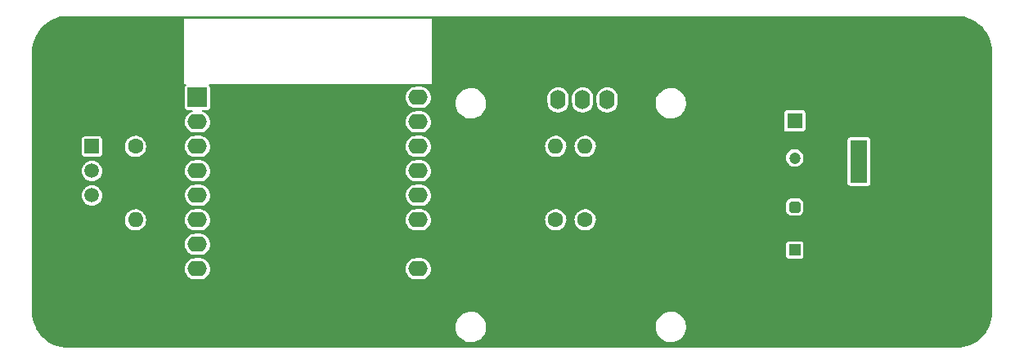
<source format=gbr>
%TF.GenerationSoftware,KiCad,Pcbnew,(6.0.5)*%
%TF.CreationDate,2022-05-24T14:43:57+02:00*%
%TF.ProjectId,SmartHarz-Thermometer,536d6172-7448-4617-927a-2d546865726d,1b1*%
%TF.SameCoordinates,Original*%
%TF.FileFunction,Copper,L2,Bot*%
%TF.FilePolarity,Positive*%
%FSLAX46Y46*%
G04 Gerber Fmt 4.6, Leading zero omitted, Abs format (unit mm)*
G04 Created by KiCad (PCBNEW (6.0.5)) date 2022-05-24 14:43:57*
%MOMM*%
%LPD*%
G01*
G04 APERTURE LIST*
G04 Aperture macros list*
%AMRoundRect*
0 Rectangle with rounded corners*
0 $1 Rounding radius*
0 $2 $3 $4 $5 $6 $7 $8 $9 X,Y pos of 4 corners*
0 Add a 4 corners polygon primitive as box body*
4,1,4,$2,$3,$4,$5,$6,$7,$8,$9,$2,$3,0*
0 Add four circle primitives for the rounded corners*
1,1,$1+$1,$2,$3*
1,1,$1+$1,$4,$5*
1,1,$1+$1,$6,$7*
1,1,$1+$1,$8,$9*
0 Add four rect primitives between the rounded corners*
20,1,$1+$1,$2,$3,$4,$5,0*
20,1,$1+$1,$4,$5,$6,$7,0*
20,1,$1+$1,$6,$7,$8,$9,0*
20,1,$1+$1,$8,$9,$2,$3,0*%
G04 Aperture macros list end*
%TA.AperFunction,ComponentPad*%
%ADD10R,1.500000X1.500000*%
%TD*%
%TA.AperFunction,ComponentPad*%
%ADD11C,1.500000*%
%TD*%
%TA.AperFunction,ComponentPad*%
%ADD12R,1.200000X1.200000*%
%TD*%
%TA.AperFunction,ComponentPad*%
%ADD13C,1.200000*%
%TD*%
%TA.AperFunction,ComponentPad*%
%ADD14C,1.600000*%
%TD*%
%TA.AperFunction,ComponentPad*%
%ADD15O,1.600000X1.600000*%
%TD*%
%TA.AperFunction,ComponentPad*%
%ADD16RoundRect,0.300000X0.300000X-0.300000X0.300000X0.300000X-0.300000X0.300000X-0.300000X-0.300000X0*%
%TD*%
%TA.AperFunction,ComponentPad*%
%ADD17R,1.600000X1.600000*%
%TD*%
%TA.AperFunction,ComponentPad*%
%ADD18C,0.800000*%
%TD*%
%TA.AperFunction,ComponentPad*%
%ADD19C,5.400000*%
%TD*%
%TA.AperFunction,ComponentPad*%
%ADD20R,2.000000X2.000000*%
%TD*%
%TA.AperFunction,ComponentPad*%
%ADD21O,1.600000X2.000000*%
%TD*%
%TA.AperFunction,ComponentPad*%
%ADD22R,1.800000X4.400000*%
%TD*%
%TA.AperFunction,ComponentPad*%
%ADD23O,1.800000X4.000000*%
%TD*%
%TA.AperFunction,ComponentPad*%
%ADD24O,4.000000X1.800000*%
%TD*%
%TA.AperFunction,ComponentPad*%
%ADD25O,2.000000X1.600000*%
%TD*%
G04 APERTURE END LIST*
D10*
%TO.P,U2,1,VCC*%
%TO.N,+5V*%
X96496000Y-83830000D03*
D11*
%TO.P,U2,2,IO*%
%TO.N,/DHT_IO*%
X96496000Y-86370000D03*
%TO.P,U2,3,NC*%
%TO.N,unconnected-(U2-Pad3)*%
X96496000Y-88910000D03*
%TO.P,U2,4,GND*%
%TO.N,GND*%
X96496000Y-91450000D03*
%TD*%
D12*
%TO.P,C2,1*%
%TO.N,+5V*%
X169250000Y-94577401D03*
D13*
%TO.P,C2,2*%
%TO.N,GND*%
X169250000Y-96077401D03*
%TD*%
D14*
%TO.P,R2,1*%
%TO.N,+3V3*%
X144502000Y-91450000D03*
D15*
%TO.P,R2,2*%
%TO.N,/I2C_SCL*%
X144502000Y-83830000D03*
%TD*%
D16*
%TO.P,U3,1,VO*%
%TO.N,+5V*%
X169250000Y-90110000D03*
D13*
%TO.P,U3,2,GND*%
%TO.N,GND*%
X169250000Y-87570000D03*
%TO.P,U3,3,VI*%
%TO.N,+9V*%
X169250000Y-85030000D03*
%TD*%
D17*
%TO.P,C1,1*%
%TO.N,+9V*%
X169250000Y-81180000D03*
D14*
%TO.P,C1,2*%
%TO.N,GND*%
X169250000Y-79180000D03*
%TD*%
D18*
%TO.P,H3,1,1*%
%TO.N,GND*%
X184568109Y-75431891D03*
X187431891Y-72568109D03*
X183975000Y-74000000D03*
X186000000Y-76025000D03*
D19*
X186000000Y-74000000D03*
D18*
X188025000Y-74000000D03*
X184568109Y-72568109D03*
X186000000Y-71975000D03*
X187431891Y-75431891D03*
%TD*%
D14*
%TO.P,R3,1*%
%TO.N,+3V3*%
X147550000Y-91450000D03*
D15*
%TO.P,R3,2*%
%TO.N,/I2C_SDA*%
X147550000Y-83830000D03*
%TD*%
D20*
%TO.P,J2,1,Pin_1*%
%TO.N,GND*%
X142216000Y-79004000D03*
D21*
%TO.P,J2,2,Pin_2*%
%TO.N,+3V3*%
X144756000Y-79004000D03*
%TO.P,J2,3,Pin_3*%
%TO.N,/I2C_SCL*%
X147296000Y-79004000D03*
%TO.P,J2,4,Pin_4*%
%TO.N,/I2C_SDA*%
X149836000Y-79004000D03*
%TD*%
D22*
%TO.P,J1,1*%
%TO.N,+9V*%
X175900000Y-85400000D03*
D23*
%TO.P,J1,2*%
%TO.N,GND*%
X181700000Y-85400000D03*
D24*
%TO.P,J1,3*%
X178900000Y-80600000D03*
%TD*%
D18*
%TO.P,H1,1,1*%
%TO.N,GND*%
X92568109Y-72568109D03*
X94000000Y-71975000D03*
X92568109Y-75431891D03*
X94000000Y-76025000D03*
X96025000Y-74000000D03*
D19*
X94000000Y-74000000D03*
D18*
X91975000Y-74000000D03*
X95431891Y-75431891D03*
X95431891Y-72568109D03*
%TD*%
D20*
%TO.P,U1,1,~{RST}*%
%TO.N,unconnected-(U1-Pad1)*%
X107418000Y-78750000D03*
D25*
%TO.P,U1,2,A0*%
%TO.N,unconnected-(U1-Pad2)*%
X107418000Y-81290000D03*
%TO.P,U1,3,D0*%
%TO.N,unconnected-(U1-Pad3)*%
X107418000Y-83830000D03*
%TO.P,U1,4,SCK/D5*%
%TO.N,/DHT_IO*%
X107418000Y-86370000D03*
%TO.P,U1,5,MISO/D6*%
%TO.N,unconnected-(U1-Pad5)*%
X107418000Y-88910000D03*
%TO.P,U1,6,MOSI/D7*%
%TO.N,unconnected-(U1-Pad6)*%
X107418000Y-91450000D03*
%TO.P,U1,7,CS/D8*%
%TO.N,unconnected-(U1-Pad7)*%
X107418000Y-93990000D03*
%TO.P,U1,8,3V3*%
%TO.N,+3V3*%
X107418000Y-96530000D03*
%TO.P,U1,9,5V*%
%TO.N,+5V*%
X130278000Y-96530000D03*
%TO.P,U1,10,GND*%
%TO.N,GND*%
X130278000Y-93990000D03*
%TO.P,U1,11,D4*%
%TO.N,unconnected-(U1-Pad11)*%
X130278000Y-91450000D03*
%TO.P,U1,12,D3*%
%TO.N,unconnected-(U1-Pad12)*%
X130278000Y-88910000D03*
%TO.P,U1,13,SDA/D2*%
%TO.N,/I2C_SDA*%
X130278000Y-86370000D03*
%TO.P,U1,14,SCL/D1*%
%TO.N,/I2C_SCL*%
X130278000Y-83830000D03*
%TO.P,U1,15,RX*%
%TO.N,unconnected-(U1-Pad15)*%
X130278000Y-81290000D03*
%TO.P,U1,16,TX*%
%TO.N,unconnected-(U1-Pad16)*%
X130278000Y-78750000D03*
%TD*%
D18*
%TO.P,H4,1,1*%
%TO.N,GND*%
X184568109Y-102431891D03*
X184568109Y-99568109D03*
X186000000Y-103025000D03*
X187431891Y-99568109D03*
X183975000Y-101000000D03*
X188025000Y-101000000D03*
X186000000Y-98975000D03*
D19*
X186000000Y-101000000D03*
D18*
X187431891Y-102431891D03*
%TD*%
D19*
%TO.P,H2,1,1*%
%TO.N,GND*%
X94000000Y-101000000D03*
D18*
X95431891Y-99568109D03*
X94000000Y-98975000D03*
X95431891Y-102431891D03*
X92568109Y-102431891D03*
X96025000Y-101000000D03*
X92568109Y-99568109D03*
X91975000Y-101000000D03*
X94000000Y-103025000D03*
%TD*%
D14*
%TO.P,R1,1*%
%TO.N,+5V*%
X101000000Y-83830000D03*
D15*
%TO.P,R1,2*%
%TO.N,/DHT_IO*%
X101000000Y-91450000D03*
%TD*%
%TA.AperFunction,Conductor*%
%TO.N,GND*%
G36*
X185982236Y-70302004D02*
G01*
X186000000Y-70305136D01*
X186008529Y-70303632D01*
X186008530Y-70303632D01*
X186009613Y-70303441D01*
X186031662Y-70302055D01*
X186237897Y-70312187D01*
X186357764Y-70318076D01*
X186367432Y-70319029D01*
X186716922Y-70370871D01*
X186726451Y-70372766D01*
X187069188Y-70458617D01*
X187078485Y-70461437D01*
X187411158Y-70580470D01*
X187420134Y-70584188D01*
X187739538Y-70735254D01*
X187748106Y-70739834D01*
X188051166Y-70921481D01*
X188059235Y-70926873D01*
X188343036Y-71137355D01*
X188350546Y-71143518D01*
X188612338Y-71380792D01*
X188619208Y-71387662D01*
X188856482Y-71649454D01*
X188862645Y-71656964D01*
X189073127Y-71940765D01*
X189078519Y-71948834D01*
X189157769Y-72081054D01*
X189260166Y-72251894D01*
X189264746Y-72260462D01*
X189415812Y-72579866D01*
X189419530Y-72588842D01*
X189538563Y-72921515D01*
X189541383Y-72930812D01*
X189627234Y-73273549D01*
X189629129Y-73283078D01*
X189680971Y-73632568D01*
X189681924Y-73642236D01*
X189697945Y-73968334D01*
X189696559Y-73990387D01*
X189694864Y-74000000D01*
X189696368Y-74008528D01*
X189697996Y-74017761D01*
X189699500Y-74034953D01*
X189699500Y-100965047D01*
X189697996Y-100982236D01*
X189694864Y-101000000D01*
X189696368Y-101008529D01*
X189696368Y-101008530D01*
X189696559Y-101009613D01*
X189697945Y-101031662D01*
X189692048Y-101151689D01*
X189681924Y-101357764D01*
X189680971Y-101367432D01*
X189629129Y-101716922D01*
X189627234Y-101726451D01*
X189541383Y-102069188D01*
X189538563Y-102078485D01*
X189419530Y-102411158D01*
X189415812Y-102420134D01*
X189264746Y-102739538D01*
X189260166Y-102748106D01*
X189078519Y-103051166D01*
X189073127Y-103059235D01*
X188862645Y-103343036D01*
X188856482Y-103350546D01*
X188619208Y-103612338D01*
X188612338Y-103619208D01*
X188350546Y-103856482D01*
X188343036Y-103862645D01*
X188059235Y-104073127D01*
X188051166Y-104078519D01*
X187904479Y-104166440D01*
X187748106Y-104260166D01*
X187739538Y-104264746D01*
X187420134Y-104415812D01*
X187411158Y-104419530D01*
X187078485Y-104538563D01*
X187069188Y-104541383D01*
X186726451Y-104627234D01*
X186716922Y-104629129D01*
X186367432Y-104680971D01*
X186357764Y-104681924D01*
X186237897Y-104687813D01*
X186031662Y-104697945D01*
X186009613Y-104696559D01*
X186008530Y-104696368D01*
X186008529Y-104696368D01*
X186000000Y-104694864D01*
X185982236Y-104697996D01*
X185965047Y-104699500D01*
X94034953Y-104699500D01*
X94017764Y-104697996D01*
X94000000Y-104694864D01*
X93991471Y-104696368D01*
X93991470Y-104696368D01*
X93990387Y-104696559D01*
X93968338Y-104697945D01*
X93762103Y-104687813D01*
X93642236Y-104681924D01*
X93632568Y-104680971D01*
X93283078Y-104629129D01*
X93273549Y-104627234D01*
X92930812Y-104541383D01*
X92921515Y-104538563D01*
X92588842Y-104419530D01*
X92579866Y-104415812D01*
X92260462Y-104264746D01*
X92251894Y-104260166D01*
X92095521Y-104166440D01*
X91948834Y-104078519D01*
X91940765Y-104073127D01*
X91656964Y-103862645D01*
X91649454Y-103856482D01*
X91635638Y-103843960D01*
X91508808Y-103729008D01*
X91500991Y-103720959D01*
X91499666Y-103719164D01*
X91436134Y-103654626D01*
X91306689Y-103523133D01*
X91304233Y-103520638D01*
X91290180Y-103509913D01*
X91276888Y-103497698D01*
X91239172Y-103456084D01*
X91143517Y-103350545D01*
X91137355Y-103343036D01*
X90926873Y-103059235D01*
X90921481Y-103051166D01*
X90739834Y-102748106D01*
X90735254Y-102739538D01*
X90673592Y-102609163D01*
X134136338Y-102609163D01*
X134136795Y-102613111D01*
X134136795Y-102613116D01*
X134152877Y-102752105D01*
X134165478Y-102861012D01*
X134234509Y-103104962D01*
X134341655Y-103334737D01*
X134484159Y-103544426D01*
X134658355Y-103728633D01*
X134859762Y-103882621D01*
X134863266Y-103884500D01*
X134863271Y-103884503D01*
X135038360Y-103978384D01*
X135083198Y-104002426D01*
X135322915Y-104084967D01*
X135513633Y-104117910D01*
X135569669Y-104127589D01*
X135569671Y-104127589D01*
X135572744Y-104128120D01*
X135596107Y-104129181D01*
X135602031Y-104129450D01*
X135602037Y-104129450D01*
X135603135Y-104129500D01*
X135779697Y-104129500D01*
X135781671Y-104129341D01*
X135781675Y-104129341D01*
X135964752Y-104114611D01*
X135964757Y-104114610D01*
X135968712Y-104114292D01*
X135972572Y-104113344D01*
X136211057Y-104054767D01*
X136211062Y-104054765D01*
X136214923Y-104053817D01*
X136218584Y-104052263D01*
X136218587Y-104052262D01*
X136444634Y-103956311D01*
X136444636Y-103956310D01*
X136448297Y-103954756D01*
X136662832Y-103819656D01*
X136853006Y-103651994D01*
X136962648Y-103518514D01*
X137011402Y-103459161D01*
X137011405Y-103459157D01*
X137013929Y-103456084D01*
X137141459Y-103236966D01*
X137232316Y-103000276D01*
X137260611Y-102864833D01*
X137283347Y-102756003D01*
X137283347Y-102755999D01*
X137284161Y-102752105D01*
X137290652Y-102609163D01*
X154836338Y-102609163D01*
X154836795Y-102613111D01*
X154836795Y-102613116D01*
X154852877Y-102752105D01*
X154865478Y-102861012D01*
X154934509Y-103104962D01*
X155041655Y-103334737D01*
X155184159Y-103544426D01*
X155358355Y-103728633D01*
X155559762Y-103882621D01*
X155563266Y-103884500D01*
X155563271Y-103884503D01*
X155738360Y-103978384D01*
X155783198Y-104002426D01*
X156022915Y-104084967D01*
X156213633Y-104117910D01*
X156269669Y-104127589D01*
X156269671Y-104127589D01*
X156272744Y-104128120D01*
X156296107Y-104129181D01*
X156302031Y-104129450D01*
X156302037Y-104129450D01*
X156303135Y-104129500D01*
X156479697Y-104129500D01*
X156481671Y-104129341D01*
X156481675Y-104129341D01*
X156664752Y-104114611D01*
X156664757Y-104114610D01*
X156668712Y-104114292D01*
X156672572Y-104113344D01*
X156911057Y-104054767D01*
X156911062Y-104054765D01*
X156914923Y-104053817D01*
X156918584Y-104052263D01*
X156918587Y-104052262D01*
X157144634Y-103956311D01*
X157144636Y-103956310D01*
X157148297Y-103954756D01*
X157362832Y-103819656D01*
X157553006Y-103651994D01*
X157662648Y-103518514D01*
X157711402Y-103459161D01*
X157711405Y-103459157D01*
X157713929Y-103456084D01*
X157841459Y-103236966D01*
X157932316Y-103000276D01*
X157960611Y-102864833D01*
X157983347Y-102756003D01*
X157983347Y-102755999D01*
X157984161Y-102752105D01*
X157995662Y-102498837D01*
X157989655Y-102446915D01*
X157966979Y-102250935D01*
X157966978Y-102250931D01*
X157966522Y-102246988D01*
X157947042Y-102178145D01*
X157898573Y-102006862D01*
X157897491Y-102003038D01*
X157790345Y-101773263D01*
X157647841Y-101563574D01*
X157473645Y-101379367D01*
X157272238Y-101225379D01*
X157268734Y-101223500D01*
X157268729Y-101223497D01*
X157052308Y-101107454D01*
X157052309Y-101107454D01*
X157048802Y-101105574D01*
X156809085Y-101023033D01*
X156618367Y-100990090D01*
X156562331Y-100980411D01*
X156562329Y-100980411D01*
X156559256Y-100979880D01*
X156535893Y-100978819D01*
X156529969Y-100978550D01*
X156529963Y-100978550D01*
X156528865Y-100978500D01*
X156352303Y-100978500D01*
X156350329Y-100978659D01*
X156350325Y-100978659D01*
X156167248Y-100993389D01*
X156167243Y-100993390D01*
X156163288Y-100993708D01*
X156159429Y-100994656D01*
X156159428Y-100994656D01*
X155920943Y-101053233D01*
X155920938Y-101053235D01*
X155917077Y-101054183D01*
X155913416Y-101055737D01*
X155913413Y-101055738D01*
X155687366Y-101151689D01*
X155683703Y-101153244D01*
X155469168Y-101288344D01*
X155278994Y-101456006D01*
X155118071Y-101651916D01*
X154990541Y-101871034D01*
X154899684Y-102107724D01*
X154898872Y-102111611D01*
X154869006Y-102254575D01*
X154847839Y-102355895D01*
X154847658Y-102359870D01*
X154847658Y-102359874D01*
X154843706Y-102446915D01*
X154836338Y-102609163D01*
X137290652Y-102609163D01*
X137295662Y-102498837D01*
X137289655Y-102446915D01*
X137266979Y-102250935D01*
X137266978Y-102250931D01*
X137266522Y-102246988D01*
X137247042Y-102178145D01*
X137198573Y-102006862D01*
X137197491Y-102003038D01*
X137090345Y-101773263D01*
X136947841Y-101563574D01*
X136773645Y-101379367D01*
X136572238Y-101225379D01*
X136568734Y-101223500D01*
X136568729Y-101223497D01*
X136352308Y-101107454D01*
X136352309Y-101107454D01*
X136348802Y-101105574D01*
X136109085Y-101023033D01*
X135918367Y-100990090D01*
X135862331Y-100980411D01*
X135862329Y-100980411D01*
X135859256Y-100979880D01*
X135835893Y-100978819D01*
X135829969Y-100978550D01*
X135829963Y-100978550D01*
X135828865Y-100978500D01*
X135652303Y-100978500D01*
X135650329Y-100978659D01*
X135650325Y-100978659D01*
X135467248Y-100993389D01*
X135467243Y-100993390D01*
X135463288Y-100993708D01*
X135459429Y-100994656D01*
X135459428Y-100994656D01*
X135220943Y-101053233D01*
X135220938Y-101053235D01*
X135217077Y-101054183D01*
X135213416Y-101055737D01*
X135213413Y-101055738D01*
X134987366Y-101151689D01*
X134983703Y-101153244D01*
X134769168Y-101288344D01*
X134578994Y-101456006D01*
X134418071Y-101651916D01*
X134290541Y-101871034D01*
X134199684Y-102107724D01*
X134198872Y-102111611D01*
X134169006Y-102254575D01*
X134147839Y-102355895D01*
X134147658Y-102359870D01*
X134147658Y-102359874D01*
X134143706Y-102446915D01*
X134136338Y-102609163D01*
X90673592Y-102609163D01*
X90584188Y-102420134D01*
X90580470Y-102411158D01*
X90461437Y-102078485D01*
X90458617Y-102069188D01*
X90372766Y-101726451D01*
X90370871Y-101716922D01*
X90319029Y-101367432D01*
X90318076Y-101357764D01*
X90307952Y-101151689D01*
X90302055Y-101031662D01*
X90303441Y-101009613D01*
X90303632Y-101008530D01*
X90303632Y-101008529D01*
X90305136Y-101000000D01*
X90302004Y-100982236D01*
X90300500Y-100965047D01*
X90300500Y-96475996D01*
X106113814Y-96475996D01*
X106123523Y-96685767D01*
X106124628Y-96690351D01*
X106149084Y-96791826D01*
X106172724Y-96889918D01*
X106259640Y-97081081D01*
X106381137Y-97252360D01*
X106459127Y-97327019D01*
X106529427Y-97394317D01*
X106529431Y-97394320D01*
X106532831Y-97397575D01*
X106709246Y-97511485D01*
X106713623Y-97513249D01*
X106820811Y-97556447D01*
X106904019Y-97589981D01*
X106908643Y-97590884D01*
X107106627Y-97629548D01*
X107106634Y-97629549D01*
X107110122Y-97630230D01*
X107115643Y-97630500D01*
X107670469Y-97630500D01*
X107766540Y-97621334D01*
X107822353Y-97616009D01*
X107822355Y-97616009D01*
X107827046Y-97615561D01*
X108028549Y-97556447D01*
X108215239Y-97460295D01*
X108380379Y-97330576D01*
X108518010Y-97171971D01*
X108623166Y-96990201D01*
X108657990Y-96889918D01*
X108690509Y-96796273D01*
X108690510Y-96796271D01*
X108692053Y-96791826D01*
X108722186Y-96584004D01*
X108717187Y-96475996D01*
X128973814Y-96475996D01*
X128983523Y-96685767D01*
X128984628Y-96690351D01*
X129009084Y-96791826D01*
X129032724Y-96889918D01*
X129119640Y-97081081D01*
X129241137Y-97252360D01*
X129319127Y-97327019D01*
X129389427Y-97394317D01*
X129389431Y-97394320D01*
X129392831Y-97397575D01*
X129569246Y-97511485D01*
X129573623Y-97513249D01*
X129680811Y-97556447D01*
X129764019Y-97589981D01*
X129768643Y-97590884D01*
X129966627Y-97629548D01*
X129966634Y-97629549D01*
X129970122Y-97630230D01*
X129975643Y-97630500D01*
X130530469Y-97630500D01*
X130626540Y-97621334D01*
X130682353Y-97616009D01*
X130682355Y-97616009D01*
X130687046Y-97615561D01*
X130888549Y-97556447D01*
X131075239Y-97460295D01*
X131240379Y-97330576D01*
X131378010Y-97171971D01*
X131483166Y-96990201D01*
X131517990Y-96889918D01*
X131550509Y-96796273D01*
X131550510Y-96796271D01*
X131552053Y-96791826D01*
X131582186Y-96584004D01*
X131572477Y-96374233D01*
X131548040Y-96272836D01*
X131524381Y-96174665D01*
X131524379Y-96174660D01*
X131523276Y-96170082D01*
X131436360Y-95978919D01*
X131314863Y-95807640D01*
X131230115Y-95726512D01*
X131166573Y-95665683D01*
X131166569Y-95665680D01*
X131163169Y-95662425D01*
X130986754Y-95548515D01*
X130880539Y-95505709D01*
X130796356Y-95471782D01*
X130796354Y-95471781D01*
X130791981Y-95470019D01*
X130786687Y-95468985D01*
X130589373Y-95430452D01*
X130589366Y-95430451D01*
X130585878Y-95429770D01*
X130580357Y-95429500D01*
X130025531Y-95429500D01*
X129929460Y-95438666D01*
X129873647Y-95443991D01*
X129873645Y-95443991D01*
X129868954Y-95444439D01*
X129667451Y-95503553D01*
X129480761Y-95599705D01*
X129315621Y-95729424D01*
X129177990Y-95888029D01*
X129072834Y-96069799D01*
X129071290Y-96074244D01*
X129071290Y-96074245D01*
X129036419Y-96174665D01*
X129003947Y-96268174D01*
X128973814Y-96475996D01*
X108717187Y-96475996D01*
X108712477Y-96374233D01*
X108688040Y-96272836D01*
X108664381Y-96174665D01*
X108664379Y-96174660D01*
X108663276Y-96170082D01*
X108576360Y-95978919D01*
X108454863Y-95807640D01*
X108370115Y-95726512D01*
X108306573Y-95665683D01*
X108306569Y-95665680D01*
X108303169Y-95662425D01*
X108126754Y-95548515D01*
X108020539Y-95505709D01*
X107936356Y-95471782D01*
X107936354Y-95471781D01*
X107931981Y-95470019D01*
X107926687Y-95468985D01*
X107729373Y-95430452D01*
X107729366Y-95430451D01*
X107725878Y-95429770D01*
X107720357Y-95429500D01*
X107165531Y-95429500D01*
X107069460Y-95438666D01*
X107013647Y-95443991D01*
X107013645Y-95443991D01*
X107008954Y-95444439D01*
X106807451Y-95503553D01*
X106620761Y-95599705D01*
X106455621Y-95729424D01*
X106317990Y-95888029D01*
X106212834Y-96069799D01*
X106211290Y-96074244D01*
X106211290Y-96074245D01*
X106176419Y-96174665D01*
X106143947Y-96268174D01*
X106113814Y-96475996D01*
X90300500Y-96475996D01*
X90300500Y-95222047D01*
X168349500Y-95222047D01*
X168352618Y-95248247D01*
X168398061Y-95350554D01*
X168477287Y-95429642D01*
X168485645Y-95433337D01*
X168572864Y-95471897D01*
X168572866Y-95471897D01*
X168579673Y-95474907D01*
X168587067Y-95475769D01*
X168602378Y-95477554D01*
X168605354Y-95477901D01*
X169894646Y-95477901D01*
X169912561Y-95475769D01*
X169913469Y-95475661D01*
X169913470Y-95475661D01*
X169920846Y-95474783D01*
X170023153Y-95429340D01*
X170102241Y-95350114D01*
X170147506Y-95247728D01*
X170150500Y-95222047D01*
X170150500Y-93932755D01*
X170147382Y-93906555D01*
X170101939Y-93804248D01*
X170022713Y-93725160D01*
X169993591Y-93712285D01*
X169927136Y-93682905D01*
X169927134Y-93682905D01*
X169920327Y-93679895D01*
X169906322Y-93678262D01*
X169897494Y-93677233D01*
X169897493Y-93677233D01*
X169894646Y-93676901D01*
X168605354Y-93676901D01*
X168588951Y-93678853D01*
X168586531Y-93679141D01*
X168586530Y-93679141D01*
X168579154Y-93680019D01*
X168476847Y-93725462D01*
X168397759Y-93804688D01*
X168352494Y-93907074D01*
X168349500Y-93932755D01*
X168349500Y-95222047D01*
X90300500Y-95222047D01*
X90300500Y-93935996D01*
X106113814Y-93935996D01*
X106123523Y-94145767D01*
X106124628Y-94150351D01*
X106149084Y-94251826D01*
X106172724Y-94349918D01*
X106259640Y-94541081D01*
X106381137Y-94712360D01*
X106459127Y-94787019D01*
X106529427Y-94854317D01*
X106529431Y-94854320D01*
X106532831Y-94857575D01*
X106709246Y-94971485D01*
X106713623Y-94973249D01*
X106820811Y-95016447D01*
X106904019Y-95049981D01*
X106908643Y-95050884D01*
X107106627Y-95089548D01*
X107106634Y-95089549D01*
X107110122Y-95090230D01*
X107115643Y-95090500D01*
X107670469Y-95090500D01*
X107766540Y-95081334D01*
X107822353Y-95076009D01*
X107822355Y-95076009D01*
X107827046Y-95075561D01*
X108028549Y-95016447D01*
X108215239Y-94920295D01*
X108380379Y-94790576D01*
X108518010Y-94631971D01*
X108623166Y-94450201D01*
X108657990Y-94349918D01*
X108690509Y-94256273D01*
X108690510Y-94256271D01*
X108692053Y-94251826D01*
X108722186Y-94044004D01*
X108712477Y-93834233D01*
X108687746Y-93731615D01*
X108664381Y-93634665D01*
X108664379Y-93634660D01*
X108663276Y-93630082D01*
X108576360Y-93438919D01*
X108454863Y-93267640D01*
X108370115Y-93186512D01*
X108306573Y-93125683D01*
X108306569Y-93125680D01*
X108303169Y-93122425D01*
X108126754Y-93008515D01*
X108020539Y-92965709D01*
X107936356Y-92931782D01*
X107936354Y-92931781D01*
X107931981Y-92930019D01*
X107926687Y-92928985D01*
X107729373Y-92890452D01*
X107729366Y-92890451D01*
X107725878Y-92889770D01*
X107720357Y-92889500D01*
X107165531Y-92889500D01*
X107069460Y-92898666D01*
X107013647Y-92903991D01*
X107013645Y-92903991D01*
X107008954Y-92904439D01*
X106807451Y-92963553D01*
X106620761Y-93059705D01*
X106455621Y-93189424D01*
X106317990Y-93348029D01*
X106212834Y-93529799D01*
X106211290Y-93534244D01*
X106211290Y-93534245D01*
X106146277Y-93721465D01*
X106143947Y-93728174D01*
X106143271Y-93732836D01*
X106118008Y-93907074D01*
X106113814Y-93935996D01*
X90300500Y-93935996D01*
X90300500Y-91421069D01*
X99895164Y-91421069D01*
X99908392Y-91622894D01*
X99958178Y-91818928D01*
X100042856Y-92002607D01*
X100159588Y-92167780D01*
X100304466Y-92308913D01*
X100472637Y-92421282D01*
X100658470Y-92501122D01*
X100855740Y-92545760D01*
X101057842Y-92553700D01*
X101067651Y-92552278D01*
X101253519Y-92525329D01*
X101253522Y-92525328D01*
X101258007Y-92524678D01*
X101396187Y-92477772D01*
X101445234Y-92461123D01*
X101445237Y-92461121D01*
X101449531Y-92459664D01*
X101591256Y-92380295D01*
X101622039Y-92363056D01*
X101622041Y-92363055D01*
X101626001Y-92360837D01*
X101781505Y-92231505D01*
X101910837Y-92076001D01*
X102009664Y-91899531D01*
X102074678Y-91708007D01*
X102103700Y-91507842D01*
X102105215Y-91450000D01*
X102100253Y-91395996D01*
X106113814Y-91395996D01*
X106114032Y-91400707D01*
X106114032Y-91400708D01*
X106116314Y-91450000D01*
X106123523Y-91605767D01*
X106124628Y-91610351D01*
X106149084Y-91711826D01*
X106172724Y-91809918D01*
X106174674Y-91814206D01*
X106174674Y-91814207D01*
X106178692Y-91823045D01*
X106259640Y-92001081D01*
X106381137Y-92172360D01*
X106439271Y-92228011D01*
X106529427Y-92314317D01*
X106529431Y-92314320D01*
X106532831Y-92317575D01*
X106709246Y-92431485D01*
X106713623Y-92433249D01*
X106884521Y-92502123D01*
X106904019Y-92509981D01*
X106908643Y-92510884D01*
X107106627Y-92549548D01*
X107106634Y-92549549D01*
X107110122Y-92550230D01*
X107115643Y-92550500D01*
X107670469Y-92550500D01*
X107766540Y-92541334D01*
X107822353Y-92536009D01*
X107822355Y-92536009D01*
X107827046Y-92535561D01*
X108028549Y-92476447D01*
X108215239Y-92380295D01*
X108380379Y-92250576D01*
X108518010Y-92091971D01*
X108623166Y-91910201D01*
X108628363Y-91895234D01*
X108690509Y-91716273D01*
X108690510Y-91716271D01*
X108692053Y-91711826D01*
X108692729Y-91707164D01*
X108721509Y-91508674D01*
X108721509Y-91508673D01*
X108722186Y-91504004D01*
X108719821Y-91452913D01*
X108717187Y-91395996D01*
X128973814Y-91395996D01*
X128974032Y-91400707D01*
X128974032Y-91400708D01*
X128976314Y-91450000D01*
X128983523Y-91605767D01*
X128984628Y-91610351D01*
X129009084Y-91711826D01*
X129032724Y-91809918D01*
X129034674Y-91814206D01*
X129034674Y-91814207D01*
X129038692Y-91823045D01*
X129119640Y-92001081D01*
X129241137Y-92172360D01*
X129299271Y-92228011D01*
X129389427Y-92314317D01*
X129389431Y-92314320D01*
X129392831Y-92317575D01*
X129569246Y-92431485D01*
X129573623Y-92433249D01*
X129744521Y-92502123D01*
X129764019Y-92509981D01*
X129768643Y-92510884D01*
X129966627Y-92549548D01*
X129966634Y-92549549D01*
X129970122Y-92550230D01*
X129975643Y-92550500D01*
X130530469Y-92550500D01*
X130626540Y-92541334D01*
X130682353Y-92536009D01*
X130682355Y-92536009D01*
X130687046Y-92535561D01*
X130888549Y-92476447D01*
X131075239Y-92380295D01*
X131240379Y-92250576D01*
X131378010Y-92091971D01*
X131483166Y-91910201D01*
X131488363Y-91895234D01*
X131550509Y-91716273D01*
X131550510Y-91716271D01*
X131552053Y-91711826D01*
X131552729Y-91707164D01*
X131581509Y-91508674D01*
X131581509Y-91508673D01*
X131582186Y-91504004D01*
X131579821Y-91452913D01*
X131578347Y-91421069D01*
X143397164Y-91421069D01*
X143410392Y-91622894D01*
X143460178Y-91818928D01*
X143544856Y-92002607D01*
X143661588Y-92167780D01*
X143806466Y-92308913D01*
X143974637Y-92421282D01*
X144160470Y-92501122D01*
X144357740Y-92545760D01*
X144559842Y-92553700D01*
X144569651Y-92552278D01*
X144755519Y-92525329D01*
X144755522Y-92525328D01*
X144760007Y-92524678D01*
X144898187Y-92477772D01*
X144947234Y-92461123D01*
X144947237Y-92461121D01*
X144951531Y-92459664D01*
X145093256Y-92380295D01*
X145124039Y-92363056D01*
X145124041Y-92363055D01*
X145128001Y-92360837D01*
X145283505Y-92231505D01*
X145412837Y-92076001D01*
X145511664Y-91899531D01*
X145576678Y-91708007D01*
X145605700Y-91507842D01*
X145607215Y-91450000D01*
X145604557Y-91421069D01*
X146445164Y-91421069D01*
X146458392Y-91622894D01*
X146508178Y-91818928D01*
X146592856Y-92002607D01*
X146709588Y-92167780D01*
X146854466Y-92308913D01*
X147022637Y-92421282D01*
X147208470Y-92501122D01*
X147405740Y-92545760D01*
X147607842Y-92553700D01*
X147617651Y-92552278D01*
X147803519Y-92525329D01*
X147803522Y-92525328D01*
X147808007Y-92524678D01*
X147946187Y-92477772D01*
X147995234Y-92461123D01*
X147995237Y-92461121D01*
X147999531Y-92459664D01*
X148141256Y-92380295D01*
X148172039Y-92363056D01*
X148172041Y-92363055D01*
X148176001Y-92360837D01*
X148331505Y-92231505D01*
X148460837Y-92076001D01*
X148559664Y-91899531D01*
X148624678Y-91708007D01*
X148653700Y-91507842D01*
X148655215Y-91450000D01*
X148636708Y-91248591D01*
X148581807Y-91053926D01*
X148492351Y-90872527D01*
X148371335Y-90710467D01*
X148222812Y-90573174D01*
X148202450Y-90560326D01*
X148055594Y-90467667D01*
X148051757Y-90465246D01*
X147863898Y-90390298D01*
X147665526Y-90350839D01*
X147565930Y-90349535D01*
X147467826Y-90348251D01*
X147467821Y-90348251D01*
X147463286Y-90348192D01*
X147458813Y-90348961D01*
X147458808Y-90348961D01*
X147371340Y-90363991D01*
X147263949Y-90382444D01*
X147074193Y-90452449D01*
X146900371Y-90555862D01*
X146896956Y-90558857D01*
X146896953Y-90558859D01*
X146798487Y-90645212D01*
X146748305Y-90689220D01*
X146745497Y-90692782D01*
X146627678Y-90842236D01*
X146623089Y-90848057D01*
X146528914Y-91027053D01*
X146527569Y-91031384D01*
X146527568Y-91031387D01*
X146477438Y-91192836D01*
X146468937Y-91220213D01*
X146445164Y-91421069D01*
X145604557Y-91421069D01*
X145588708Y-91248591D01*
X145533807Y-91053926D01*
X145444351Y-90872527D01*
X145323335Y-90710467D01*
X145174812Y-90573174D01*
X145154450Y-90560326D01*
X145007594Y-90467667D01*
X145003757Y-90465246D01*
X144815898Y-90390298D01*
X144617526Y-90350839D01*
X144517930Y-90349535D01*
X144419826Y-90348251D01*
X144419821Y-90348251D01*
X144415286Y-90348192D01*
X144410813Y-90348961D01*
X144410808Y-90348961D01*
X144323340Y-90363991D01*
X144215949Y-90382444D01*
X144026193Y-90452449D01*
X143852371Y-90555862D01*
X143848956Y-90558857D01*
X143848953Y-90558859D01*
X143750487Y-90645212D01*
X143700305Y-90689220D01*
X143697497Y-90692782D01*
X143579678Y-90842236D01*
X143575089Y-90848057D01*
X143480914Y-91027053D01*
X143479569Y-91031384D01*
X143479568Y-91031387D01*
X143429438Y-91192836D01*
X143420937Y-91220213D01*
X143397164Y-91421069D01*
X131578347Y-91421069D01*
X131572695Y-91298941D01*
X131572695Y-91298940D01*
X131572477Y-91294233D01*
X131548040Y-91192836D01*
X131524381Y-91094665D01*
X131524379Y-91094660D01*
X131523276Y-91090082D01*
X131436360Y-90898919D01*
X131314863Y-90727640D01*
X131230115Y-90646512D01*
X131166573Y-90585683D01*
X131166569Y-90585680D01*
X131163169Y-90582425D01*
X130986754Y-90468515D01*
X130947204Y-90452576D01*
X130796356Y-90391782D01*
X130796354Y-90391781D01*
X130791981Y-90390019D01*
X130786687Y-90388985D01*
X130589373Y-90350452D01*
X130589366Y-90350451D01*
X130585878Y-90349770D01*
X130580357Y-90349500D01*
X130025531Y-90349500D01*
X129929460Y-90358666D01*
X129873647Y-90363991D01*
X129873645Y-90363991D01*
X129868954Y-90364439D01*
X129667451Y-90423553D01*
X129480761Y-90519705D01*
X129315621Y-90649424D01*
X129177990Y-90808029D01*
X129072834Y-90989799D01*
X129071290Y-90994244D01*
X129071290Y-90994245D01*
X129036419Y-91094665D01*
X129003947Y-91188174D01*
X129003271Y-91192836D01*
X128999302Y-91220213D01*
X128973814Y-91395996D01*
X108717187Y-91395996D01*
X108712695Y-91298941D01*
X108712695Y-91298940D01*
X108712477Y-91294233D01*
X108688040Y-91192836D01*
X108664381Y-91094665D01*
X108664379Y-91094660D01*
X108663276Y-91090082D01*
X108576360Y-90898919D01*
X108454863Y-90727640D01*
X108370115Y-90646512D01*
X108306573Y-90585683D01*
X108306569Y-90585680D01*
X108303169Y-90582425D01*
X108126754Y-90468515D01*
X108087204Y-90452576D01*
X107936356Y-90391782D01*
X107936354Y-90391781D01*
X107931981Y-90390019D01*
X107926687Y-90388985D01*
X107729373Y-90350452D01*
X107729366Y-90350451D01*
X107725878Y-90349770D01*
X107720357Y-90349500D01*
X107165531Y-90349500D01*
X107069460Y-90358666D01*
X107013647Y-90363991D01*
X107013645Y-90363991D01*
X107008954Y-90364439D01*
X106807451Y-90423553D01*
X106620761Y-90519705D01*
X106455621Y-90649424D01*
X106317990Y-90808029D01*
X106212834Y-90989799D01*
X106211290Y-90994244D01*
X106211290Y-90994245D01*
X106176419Y-91094665D01*
X106143947Y-91188174D01*
X106143271Y-91192836D01*
X106139302Y-91220213D01*
X106113814Y-91395996D01*
X102100253Y-91395996D01*
X102086708Y-91248591D01*
X102031807Y-91053926D01*
X101942351Y-90872527D01*
X101821335Y-90710467D01*
X101672812Y-90573174D01*
X101652450Y-90560326D01*
X101505594Y-90467667D01*
X101501757Y-90465246D01*
X101313898Y-90390298D01*
X101115526Y-90350839D01*
X101015930Y-90349535D01*
X100917826Y-90348251D01*
X100917821Y-90348251D01*
X100913286Y-90348192D01*
X100908813Y-90348961D01*
X100908808Y-90348961D01*
X100821340Y-90363991D01*
X100713949Y-90382444D01*
X100524193Y-90452449D01*
X100350371Y-90555862D01*
X100346956Y-90558857D01*
X100346953Y-90558859D01*
X100248487Y-90645212D01*
X100198305Y-90689220D01*
X100195497Y-90692782D01*
X100077678Y-90842236D01*
X100073089Y-90848057D01*
X99978914Y-91027053D01*
X99977569Y-91031384D01*
X99977568Y-91031387D01*
X99927438Y-91192836D01*
X99918937Y-91220213D01*
X99895164Y-91421069D01*
X90300500Y-91421069D01*
X90300500Y-88895262D01*
X95440520Y-88895262D01*
X95440925Y-88900082D01*
X95454443Y-89061059D01*
X95457759Y-89100553D01*
X95459092Y-89105201D01*
X95459092Y-89105202D01*
X95506324Y-89269918D01*
X95514544Y-89298586D01*
X95608712Y-89481818D01*
X95736677Y-89643270D01*
X95740357Y-89646402D01*
X95740359Y-89646404D01*
X95811582Y-89707019D01*
X95893564Y-89776791D01*
X95897787Y-89779151D01*
X95897791Y-89779154D01*
X95937342Y-89801258D01*
X96073398Y-89877297D01*
X96077996Y-89878791D01*
X96264724Y-89939463D01*
X96264726Y-89939464D01*
X96269329Y-89940959D01*
X96473894Y-89965351D01*
X96478716Y-89964980D01*
X96478719Y-89964980D01*
X96546541Y-89959761D01*
X96679300Y-89949546D01*
X96877725Y-89894145D01*
X96882038Y-89891966D01*
X96882044Y-89891964D01*
X97057289Y-89803441D01*
X97057291Y-89803440D01*
X97061610Y-89801258D01*
X97065427Y-89798276D01*
X97220135Y-89677406D01*
X97220139Y-89677402D01*
X97223951Y-89674424D01*
X97260260Y-89632360D01*
X97283313Y-89605651D01*
X97358564Y-89518472D01*
X97377231Y-89485613D01*
X97457934Y-89343550D01*
X97457935Y-89343547D01*
X97460323Y-89339344D01*
X97473882Y-89298586D01*
X97523824Y-89148454D01*
X97523824Y-89148452D01*
X97525351Y-89143863D01*
X97535812Y-89061059D01*
X97550823Y-88942228D01*
X97551171Y-88939474D01*
X97551583Y-88910000D01*
X97546288Y-88855996D01*
X106113814Y-88855996D01*
X106114032Y-88860707D01*
X106114032Y-88860708D01*
X106116314Y-88910000D01*
X106123523Y-89065767D01*
X106124628Y-89070351D01*
X106162487Y-89227440D01*
X106172724Y-89269918D01*
X106259640Y-89461081D01*
X106262366Y-89464924D01*
X106274350Y-89481818D01*
X106381137Y-89632360D01*
X106425078Y-89674424D01*
X106529427Y-89774317D01*
X106529431Y-89774320D01*
X106532831Y-89777575D01*
X106709246Y-89891485D01*
X106713623Y-89893249D01*
X106892531Y-89965351D01*
X106904019Y-89969981D01*
X106908643Y-89970884D01*
X107106627Y-90009548D01*
X107106634Y-90009549D01*
X107110122Y-90010230D01*
X107115643Y-90010500D01*
X107670469Y-90010500D01*
X107766540Y-90001334D01*
X107822353Y-89996009D01*
X107822355Y-89996009D01*
X107827046Y-89995561D01*
X108028549Y-89936447D01*
X108215239Y-89840295D01*
X108380379Y-89710576D01*
X108518010Y-89551971D01*
X108623166Y-89370201D01*
X108649652Y-89293928D01*
X108690509Y-89176273D01*
X108690510Y-89176271D01*
X108692053Y-89171826D01*
X108695442Y-89148454D01*
X108721509Y-88968674D01*
X108721509Y-88968673D01*
X108722186Y-88964004D01*
X108719815Y-88912776D01*
X108717187Y-88855996D01*
X128973814Y-88855996D01*
X128974032Y-88860707D01*
X128974032Y-88860708D01*
X128976314Y-88910000D01*
X128983523Y-89065767D01*
X128984628Y-89070351D01*
X129022487Y-89227440D01*
X129032724Y-89269918D01*
X129119640Y-89461081D01*
X129122366Y-89464924D01*
X129134350Y-89481818D01*
X129241137Y-89632360D01*
X129285078Y-89674424D01*
X129389427Y-89774317D01*
X129389431Y-89774320D01*
X129392831Y-89777575D01*
X129569246Y-89891485D01*
X129573623Y-89893249D01*
X129752531Y-89965351D01*
X129764019Y-89969981D01*
X129768643Y-89970884D01*
X129966627Y-90009548D01*
X129966634Y-90009549D01*
X129970122Y-90010230D01*
X129975643Y-90010500D01*
X130530469Y-90010500D01*
X130626540Y-90001334D01*
X130682353Y-89996009D01*
X130682355Y-89996009D01*
X130687046Y-89995561D01*
X130888549Y-89936447D01*
X131075239Y-89840295D01*
X131163915Y-89770639D01*
X168349500Y-89770639D01*
X168349501Y-90449360D01*
X168349924Y-90452571D01*
X168349924Y-90452576D01*
X168352359Y-90471074D01*
X168364956Y-90566762D01*
X168367438Y-90572754D01*
X168367439Y-90572758D01*
X168399196Y-90649424D01*
X168425464Y-90712841D01*
X168521718Y-90838282D01*
X168647159Y-90934536D01*
X168793238Y-90995044D01*
X168910639Y-91010500D01*
X169249947Y-91010500D01*
X169589360Y-91010499D01*
X169592571Y-91010076D01*
X169592576Y-91010076D01*
X169674329Y-90999314D01*
X169706762Y-90995044D01*
X169712754Y-90992562D01*
X169712758Y-90992561D01*
X169812753Y-90951141D01*
X169852841Y-90934536D01*
X169978282Y-90838282D01*
X170074536Y-90712841D01*
X170135044Y-90566762D01*
X170150500Y-90449361D01*
X170150499Y-89770640D01*
X170142976Y-89713488D01*
X170139314Y-89685671D01*
X170135044Y-89653238D01*
X170132562Y-89647246D01*
X170132561Y-89647242D01*
X170091141Y-89547247D01*
X170074536Y-89507159D01*
X169978282Y-89381718D01*
X169852841Y-89285464D01*
X169706762Y-89224956D01*
X169589361Y-89209500D01*
X169250053Y-89209500D01*
X168910640Y-89209501D01*
X168907429Y-89209924D01*
X168907424Y-89209924D01*
X168825671Y-89220686D01*
X168793238Y-89224956D01*
X168787246Y-89227438D01*
X168787242Y-89227439D01*
X168687247Y-89268859D01*
X168647159Y-89285464D01*
X168521718Y-89381718D01*
X168425464Y-89507159D01*
X168408593Y-89547889D01*
X168370654Y-89639483D01*
X168364956Y-89653238D01*
X168349500Y-89770639D01*
X131163915Y-89770639D01*
X131240379Y-89710576D01*
X131378010Y-89551971D01*
X131483166Y-89370201D01*
X131509652Y-89293928D01*
X131550509Y-89176273D01*
X131550510Y-89176271D01*
X131552053Y-89171826D01*
X131555442Y-89148454D01*
X131581509Y-88968674D01*
X131581509Y-88968673D01*
X131582186Y-88964004D01*
X131579815Y-88912776D01*
X131572695Y-88758941D01*
X131572695Y-88758940D01*
X131572477Y-88754233D01*
X131548040Y-88652836D01*
X131524381Y-88554665D01*
X131524379Y-88554660D01*
X131523276Y-88550082D01*
X131504029Y-88507749D01*
X131438310Y-88363208D01*
X131436360Y-88358919D01*
X131314863Y-88187640D01*
X131230115Y-88106512D01*
X131166573Y-88045683D01*
X131166569Y-88045680D01*
X131163169Y-88042425D01*
X130986754Y-87928515D01*
X130909811Y-87897506D01*
X130796356Y-87851782D01*
X130796354Y-87851781D01*
X130791981Y-87850019D01*
X130768687Y-87845470D01*
X130589373Y-87810452D01*
X130589366Y-87810451D01*
X130585878Y-87809770D01*
X130580357Y-87809500D01*
X130025531Y-87809500D01*
X129929460Y-87818666D01*
X129873647Y-87823991D01*
X129873645Y-87823991D01*
X129868954Y-87824439D01*
X129667451Y-87883553D01*
X129480761Y-87979705D01*
X129315621Y-88109424D01*
X129177990Y-88268029D01*
X129072834Y-88449799D01*
X129071290Y-88454244D01*
X129071290Y-88454245D01*
X129036419Y-88554665D01*
X129003947Y-88648174D01*
X128973814Y-88855996D01*
X108717187Y-88855996D01*
X108712695Y-88758941D01*
X108712695Y-88758940D01*
X108712477Y-88754233D01*
X108688040Y-88652836D01*
X108664381Y-88554665D01*
X108664379Y-88554660D01*
X108663276Y-88550082D01*
X108644029Y-88507749D01*
X108578310Y-88363208D01*
X108576360Y-88358919D01*
X108454863Y-88187640D01*
X108370115Y-88106512D01*
X108306573Y-88045683D01*
X108306569Y-88045680D01*
X108303169Y-88042425D01*
X108126754Y-87928515D01*
X108049811Y-87897506D01*
X107936356Y-87851782D01*
X107936354Y-87851781D01*
X107931981Y-87850019D01*
X107908687Y-87845470D01*
X107729373Y-87810452D01*
X107729366Y-87810451D01*
X107725878Y-87809770D01*
X107720357Y-87809500D01*
X107165531Y-87809500D01*
X107069460Y-87818666D01*
X107013647Y-87823991D01*
X107013645Y-87823991D01*
X107008954Y-87824439D01*
X106807451Y-87883553D01*
X106620761Y-87979705D01*
X106455621Y-88109424D01*
X106317990Y-88268029D01*
X106212834Y-88449799D01*
X106211290Y-88454244D01*
X106211290Y-88454245D01*
X106176419Y-88554665D01*
X106143947Y-88648174D01*
X106113814Y-88855996D01*
X97546288Y-88855996D01*
X97536772Y-88758941D01*
X97531952Y-88709780D01*
X97531951Y-88709776D01*
X97531480Y-88704970D01*
X97471935Y-88507749D01*
X97375218Y-88325849D01*
X97245011Y-88166200D01*
X97228790Y-88152781D01*
X97090002Y-88037965D01*
X97090000Y-88037964D01*
X97086275Y-88034882D01*
X96905055Y-87936897D01*
X96841855Y-87917333D01*
X96712875Y-87877407D01*
X96712871Y-87877406D01*
X96708254Y-87875977D01*
X96703446Y-87875472D01*
X96703443Y-87875471D01*
X96508185Y-87854949D01*
X96508183Y-87854949D01*
X96503369Y-87854443D01*
X96443354Y-87859905D01*
X96303022Y-87872675D01*
X96303017Y-87872676D01*
X96298203Y-87873114D01*
X96100572Y-87931280D01*
X96096288Y-87933519D01*
X96096287Y-87933520D01*
X96085428Y-87939197D01*
X95918002Y-88026726D01*
X95914231Y-88029758D01*
X95761220Y-88152781D01*
X95761217Y-88152783D01*
X95757447Y-88155815D01*
X95754333Y-88159526D01*
X95754332Y-88159527D01*
X95659863Y-88272111D01*
X95625024Y-88313630D01*
X95622689Y-88317878D01*
X95622688Y-88317879D01*
X95615955Y-88330126D01*
X95525776Y-88494162D01*
X95524313Y-88498775D01*
X95524311Y-88498779D01*
X95508037Y-88550082D01*
X95463484Y-88690532D01*
X95462944Y-88695344D01*
X95462944Y-88695345D01*
X95461865Y-88704970D01*
X95440520Y-88895262D01*
X90300500Y-88895262D01*
X90300500Y-87644646D01*
X174699500Y-87644646D01*
X174702618Y-87670846D01*
X174748061Y-87773153D01*
X174754529Y-87779610D01*
X174754530Y-87779611D01*
X174784568Y-87809596D01*
X174827287Y-87852241D01*
X174835645Y-87855936D01*
X174922864Y-87894496D01*
X174922866Y-87894496D01*
X174929673Y-87897506D01*
X174937067Y-87898368D01*
X174952378Y-87900153D01*
X174955354Y-87900500D01*
X176844646Y-87900500D01*
X176862561Y-87898368D01*
X176863469Y-87898260D01*
X176863470Y-87898260D01*
X176870846Y-87897382D01*
X176973153Y-87851939D01*
X176999282Y-87825765D01*
X177045786Y-87779179D01*
X177052241Y-87772713D01*
X177097506Y-87670327D01*
X177100500Y-87644646D01*
X177100500Y-83155354D01*
X177097382Y-83129154D01*
X177051939Y-83026847D01*
X176972713Y-82947759D01*
X176899074Y-82915203D01*
X176877136Y-82905504D01*
X176877134Y-82905504D01*
X176870327Y-82902494D01*
X176855977Y-82900821D01*
X176847494Y-82899832D01*
X176847493Y-82899832D01*
X176844646Y-82899500D01*
X174955354Y-82899500D01*
X174938951Y-82901452D01*
X174936531Y-82901740D01*
X174936530Y-82901740D01*
X174929154Y-82902618D01*
X174826847Y-82948061D01*
X174820390Y-82954529D01*
X174820389Y-82954530D01*
X174812508Y-82962425D01*
X174747759Y-83027287D01*
X174702494Y-83129673D01*
X174699500Y-83155354D01*
X174699500Y-87644646D01*
X90300500Y-87644646D01*
X90300500Y-86355262D01*
X95440520Y-86355262D01*
X95440925Y-86360082D01*
X95454443Y-86521059D01*
X95457759Y-86560553D01*
X95459092Y-86565201D01*
X95459092Y-86565202D01*
X95506324Y-86729918D01*
X95514544Y-86758586D01*
X95608712Y-86941818D01*
X95736677Y-87103270D01*
X95740357Y-87106402D01*
X95740359Y-87106404D01*
X95811582Y-87167019D01*
X95893564Y-87236791D01*
X95897787Y-87239151D01*
X95897791Y-87239154D01*
X95937342Y-87261258D01*
X96073398Y-87337297D01*
X96077996Y-87338791D01*
X96264724Y-87399463D01*
X96264726Y-87399464D01*
X96269329Y-87400959D01*
X96473894Y-87425351D01*
X96478716Y-87424980D01*
X96478719Y-87424980D01*
X96546541Y-87419761D01*
X96679300Y-87409546D01*
X96877725Y-87354145D01*
X96882038Y-87351966D01*
X96882044Y-87351964D01*
X97057289Y-87263441D01*
X97057291Y-87263440D01*
X97061610Y-87261258D01*
X97065427Y-87258276D01*
X97220135Y-87137406D01*
X97220139Y-87137402D01*
X97223951Y-87134424D01*
X97260260Y-87092360D01*
X97283313Y-87065651D01*
X97358564Y-86978472D01*
X97377231Y-86945613D01*
X97457934Y-86803550D01*
X97457935Y-86803547D01*
X97460323Y-86799344D01*
X97473882Y-86758586D01*
X97523824Y-86608454D01*
X97523824Y-86608452D01*
X97525351Y-86603863D01*
X97535812Y-86521059D01*
X97550823Y-86402228D01*
X97551171Y-86399474D01*
X97551583Y-86370000D01*
X97546288Y-86315996D01*
X106113814Y-86315996D01*
X106114032Y-86320707D01*
X106114032Y-86320708D01*
X106116314Y-86370000D01*
X106123523Y-86525767D01*
X106124628Y-86530351D01*
X106149084Y-86631826D01*
X106172724Y-86729918D01*
X106259640Y-86921081D01*
X106262366Y-86924924D01*
X106274350Y-86941818D01*
X106381137Y-87092360D01*
X106425078Y-87134424D01*
X106529427Y-87234317D01*
X106529431Y-87234320D01*
X106532831Y-87237575D01*
X106709246Y-87351485D01*
X106713623Y-87353249D01*
X106892531Y-87425351D01*
X106904019Y-87429981D01*
X106908643Y-87430884D01*
X107106627Y-87469548D01*
X107106634Y-87469549D01*
X107110122Y-87470230D01*
X107115643Y-87470500D01*
X107670469Y-87470500D01*
X107766540Y-87461334D01*
X107822353Y-87456009D01*
X107822355Y-87456009D01*
X107827046Y-87455561D01*
X108028549Y-87396447D01*
X108215239Y-87300295D01*
X108380379Y-87170576D01*
X108518010Y-87011971D01*
X108623166Y-86830201D01*
X108657990Y-86729918D01*
X108690509Y-86636273D01*
X108690510Y-86636271D01*
X108692053Y-86631826D01*
X108695442Y-86608454D01*
X108721509Y-86428674D01*
X108721509Y-86428673D01*
X108722186Y-86424004D01*
X108719815Y-86372776D01*
X108717187Y-86315996D01*
X128973814Y-86315996D01*
X128974032Y-86320707D01*
X128974032Y-86320708D01*
X128976314Y-86370000D01*
X128983523Y-86525767D01*
X128984628Y-86530351D01*
X129009084Y-86631826D01*
X129032724Y-86729918D01*
X129119640Y-86921081D01*
X129122366Y-86924924D01*
X129134350Y-86941818D01*
X129241137Y-87092360D01*
X129285078Y-87134424D01*
X129389427Y-87234317D01*
X129389431Y-87234320D01*
X129392831Y-87237575D01*
X129569246Y-87351485D01*
X129573623Y-87353249D01*
X129752531Y-87425351D01*
X129764019Y-87429981D01*
X129768643Y-87430884D01*
X129966627Y-87469548D01*
X129966634Y-87469549D01*
X129970122Y-87470230D01*
X129975643Y-87470500D01*
X130530469Y-87470500D01*
X130626540Y-87461334D01*
X130682353Y-87456009D01*
X130682355Y-87456009D01*
X130687046Y-87455561D01*
X130888549Y-87396447D01*
X131075239Y-87300295D01*
X131240379Y-87170576D01*
X131378010Y-87011971D01*
X131483166Y-86830201D01*
X131517990Y-86729918D01*
X131550509Y-86636273D01*
X131550510Y-86636271D01*
X131552053Y-86631826D01*
X131555442Y-86608454D01*
X131581509Y-86428674D01*
X131581509Y-86428673D01*
X131582186Y-86424004D01*
X131579815Y-86372776D01*
X131572695Y-86218941D01*
X131572695Y-86218940D01*
X131572477Y-86214233D01*
X131548040Y-86112836D01*
X131524381Y-86014665D01*
X131524379Y-86014660D01*
X131523276Y-86010082D01*
X131504029Y-85967749D01*
X131469689Y-85892222D01*
X131436360Y-85818919D01*
X131314863Y-85647640D01*
X131220936Y-85557725D01*
X131166573Y-85505683D01*
X131166569Y-85505680D01*
X131163169Y-85502425D01*
X130986754Y-85388515D01*
X130880539Y-85345709D01*
X130796356Y-85311782D01*
X130796354Y-85311781D01*
X130791981Y-85310019D01*
X130786687Y-85308985D01*
X130589373Y-85270452D01*
X130589366Y-85270451D01*
X130585878Y-85269770D01*
X130580357Y-85269500D01*
X130025531Y-85269500D01*
X129929460Y-85278666D01*
X129873647Y-85283991D01*
X129873645Y-85283991D01*
X129868954Y-85284439D01*
X129667451Y-85343553D01*
X129480761Y-85439705D01*
X129406593Y-85497965D01*
X129330515Y-85557725D01*
X129315621Y-85569424D01*
X129177990Y-85728029D01*
X129072834Y-85909799D01*
X129071290Y-85914244D01*
X129071290Y-85914245D01*
X129036419Y-86014665D01*
X129003947Y-86108174D01*
X128973814Y-86315996D01*
X108717187Y-86315996D01*
X108712695Y-86218941D01*
X108712695Y-86218940D01*
X108712477Y-86214233D01*
X108688040Y-86112836D01*
X108664381Y-86014665D01*
X108664379Y-86014660D01*
X108663276Y-86010082D01*
X108644029Y-85967749D01*
X108609689Y-85892222D01*
X108576360Y-85818919D01*
X108454863Y-85647640D01*
X108360936Y-85557725D01*
X108306573Y-85505683D01*
X108306569Y-85505680D01*
X108303169Y-85502425D01*
X108126754Y-85388515D01*
X108020539Y-85345709D01*
X107936356Y-85311782D01*
X107936354Y-85311781D01*
X107931981Y-85310019D01*
X107926687Y-85308985D01*
X107729373Y-85270452D01*
X107729366Y-85270451D01*
X107725878Y-85269770D01*
X107720357Y-85269500D01*
X107165531Y-85269500D01*
X107069460Y-85278666D01*
X107013647Y-85283991D01*
X107013645Y-85283991D01*
X107008954Y-85284439D01*
X106807451Y-85343553D01*
X106620761Y-85439705D01*
X106546593Y-85497965D01*
X106470515Y-85557725D01*
X106455621Y-85569424D01*
X106317990Y-85728029D01*
X106212834Y-85909799D01*
X106211290Y-85914244D01*
X106211290Y-85914245D01*
X106176419Y-86014665D01*
X106143947Y-86108174D01*
X106113814Y-86315996D01*
X97546288Y-86315996D01*
X97536772Y-86218941D01*
X97531952Y-86169780D01*
X97531951Y-86169776D01*
X97531480Y-86164970D01*
X97471935Y-85967749D01*
X97375218Y-85785849D01*
X97245011Y-85626200D01*
X97228790Y-85612781D01*
X97090002Y-85497965D01*
X97090000Y-85497964D01*
X97086275Y-85494882D01*
X96974123Y-85434242D01*
X96909309Y-85399197D01*
X96909308Y-85399197D01*
X96905055Y-85396897D01*
X96841855Y-85377333D01*
X96712875Y-85337407D01*
X96712871Y-85337406D01*
X96708254Y-85335977D01*
X96703446Y-85335472D01*
X96703443Y-85335471D01*
X96508185Y-85314949D01*
X96508183Y-85314949D01*
X96503369Y-85314443D01*
X96443354Y-85319905D01*
X96303022Y-85332675D01*
X96303017Y-85332676D01*
X96298203Y-85333114D01*
X96100572Y-85391280D01*
X96096288Y-85393519D01*
X96096287Y-85393520D01*
X96085428Y-85399197D01*
X95918002Y-85486726D01*
X95914231Y-85489758D01*
X95761220Y-85612781D01*
X95761217Y-85612783D01*
X95757447Y-85615815D01*
X95754333Y-85619526D01*
X95754332Y-85619527D01*
X95659863Y-85732111D01*
X95625024Y-85773630D01*
X95622689Y-85777878D01*
X95622688Y-85777879D01*
X95615955Y-85790126D01*
X95525776Y-85954162D01*
X95524313Y-85958775D01*
X95524311Y-85958779D01*
X95508037Y-86010082D01*
X95463484Y-86150532D01*
X95462944Y-86155344D01*
X95462944Y-86155345D01*
X95461865Y-86164970D01*
X95440520Y-86355262D01*
X90300500Y-86355262D01*
X90300500Y-85030000D01*
X168344540Y-85030000D01*
X168364326Y-85218256D01*
X168365927Y-85223183D01*
X168365928Y-85223188D01*
X168405738Y-85345709D01*
X168422821Y-85398284D01*
X168517467Y-85562216D01*
X168520939Y-85566072D01*
X168640659Y-85699035D01*
X168640663Y-85699038D01*
X168644129Y-85702888D01*
X168797270Y-85814151D01*
X168802002Y-85816258D01*
X168802004Y-85816259D01*
X168817612Y-85823208D01*
X168970197Y-85891144D01*
X168975267Y-85892222D01*
X168975268Y-85892222D01*
X169012610Y-85900159D01*
X169155354Y-85930500D01*
X169344646Y-85930500D01*
X169487390Y-85900159D01*
X169524732Y-85892222D01*
X169524733Y-85892222D01*
X169529803Y-85891144D01*
X169682388Y-85823208D01*
X169697996Y-85816259D01*
X169697998Y-85816258D01*
X169702730Y-85814151D01*
X169855871Y-85702888D01*
X169859337Y-85699038D01*
X169859341Y-85699035D01*
X169979061Y-85566072D01*
X169982533Y-85562216D01*
X170077179Y-85398284D01*
X170094262Y-85345709D01*
X170134072Y-85223188D01*
X170134073Y-85223183D01*
X170135674Y-85218256D01*
X170155460Y-85030000D01*
X170135674Y-84841744D01*
X170134073Y-84836817D01*
X170134072Y-84836812D01*
X170078781Y-84666646D01*
X170078780Y-84666645D01*
X170077179Y-84661716D01*
X170070904Y-84650846D01*
X169985126Y-84502275D01*
X169985125Y-84502274D01*
X169982533Y-84497784D01*
X169882166Y-84386315D01*
X169859341Y-84360965D01*
X169859337Y-84360962D01*
X169855871Y-84357112D01*
X169702730Y-84245849D01*
X169697998Y-84243742D01*
X169697996Y-84243741D01*
X169534540Y-84170965D01*
X169534539Y-84170965D01*
X169529803Y-84168856D01*
X169524733Y-84167778D01*
X169524732Y-84167778D01*
X169487390Y-84159841D01*
X169344646Y-84129500D01*
X169155354Y-84129500D01*
X169012610Y-84159841D01*
X168975268Y-84167778D01*
X168975267Y-84167778D01*
X168970197Y-84168856D01*
X168965461Y-84170965D01*
X168965460Y-84170965D01*
X168802004Y-84243741D01*
X168802002Y-84243742D01*
X168797270Y-84245849D01*
X168644129Y-84357112D01*
X168640663Y-84360962D01*
X168640659Y-84360965D01*
X168617834Y-84386315D01*
X168517467Y-84497784D01*
X168514875Y-84502274D01*
X168514874Y-84502275D01*
X168429097Y-84650846D01*
X168422821Y-84661716D01*
X168421220Y-84666645D01*
X168421219Y-84666646D01*
X168365928Y-84836812D01*
X168365927Y-84836817D01*
X168364326Y-84841744D01*
X168344540Y-85030000D01*
X90300500Y-85030000D01*
X90300500Y-84624646D01*
X95445500Y-84624646D01*
X95448618Y-84650846D01*
X95494061Y-84753153D01*
X95573287Y-84832241D01*
X95581645Y-84835936D01*
X95668864Y-84874496D01*
X95668866Y-84874496D01*
X95675673Y-84877506D01*
X95683067Y-84878368D01*
X95698378Y-84880153D01*
X95701354Y-84880500D01*
X97290646Y-84880500D01*
X97308561Y-84878368D01*
X97309469Y-84878260D01*
X97309470Y-84878260D01*
X97316846Y-84877382D01*
X97419153Y-84831939D01*
X97437811Y-84813249D01*
X97491786Y-84759179D01*
X97498241Y-84752713D01*
X97527847Y-84685747D01*
X97540496Y-84657136D01*
X97540496Y-84657134D01*
X97543506Y-84650327D01*
X97546500Y-84624646D01*
X97546500Y-83801069D01*
X99895164Y-83801069D01*
X99908392Y-84002894D01*
X99958178Y-84198928D01*
X100042856Y-84382607D01*
X100159588Y-84547780D01*
X100304466Y-84688913D01*
X100472637Y-84801282D01*
X100658470Y-84881122D01*
X100855740Y-84925760D01*
X101057842Y-84933700D01*
X101067651Y-84932278D01*
X101253519Y-84905329D01*
X101253522Y-84905328D01*
X101258007Y-84904678D01*
X101396187Y-84857772D01*
X101445234Y-84841123D01*
X101445237Y-84841121D01*
X101449531Y-84839664D01*
X101593249Y-84759179D01*
X101622039Y-84743056D01*
X101622041Y-84743055D01*
X101626001Y-84740837D01*
X101781505Y-84611505D01*
X101910837Y-84456001D01*
X102009664Y-84279531D01*
X102074678Y-84088007D01*
X102103700Y-83887842D01*
X102105215Y-83830000D01*
X102100253Y-83775996D01*
X106113814Y-83775996D01*
X106114032Y-83780707D01*
X106114032Y-83780708D01*
X106116314Y-83830000D01*
X106123523Y-83985767D01*
X106124628Y-83990351D01*
X106149084Y-84091826D01*
X106172724Y-84189918D01*
X106174674Y-84194206D01*
X106174674Y-84194207D01*
X106178692Y-84203045D01*
X106259640Y-84381081D01*
X106381137Y-84552360D01*
X106439271Y-84608011D01*
X106529427Y-84694317D01*
X106529431Y-84694320D01*
X106532831Y-84697575D01*
X106709246Y-84811485D01*
X106713623Y-84813249D01*
X106884521Y-84882123D01*
X106904019Y-84889981D01*
X106908643Y-84890884D01*
X107106627Y-84929548D01*
X107106634Y-84929549D01*
X107110122Y-84930230D01*
X107115643Y-84930500D01*
X107670469Y-84930500D01*
X107766540Y-84921334D01*
X107822353Y-84916009D01*
X107822355Y-84916009D01*
X107827046Y-84915561D01*
X108028549Y-84856447D01*
X108215239Y-84760295D01*
X108355235Y-84650327D01*
X108376672Y-84633488D01*
X108376673Y-84633487D01*
X108380379Y-84630576D01*
X108518010Y-84471971D01*
X108623166Y-84290201D01*
X108639300Y-84243741D01*
X108690509Y-84096273D01*
X108690510Y-84096271D01*
X108692053Y-84091826D01*
X108692729Y-84087164D01*
X108721509Y-83888674D01*
X108721509Y-83888673D01*
X108722186Y-83884004D01*
X108719821Y-83832913D01*
X108717187Y-83775996D01*
X128973814Y-83775996D01*
X128974032Y-83780707D01*
X128974032Y-83780708D01*
X128976314Y-83830000D01*
X128983523Y-83985767D01*
X128984628Y-83990351D01*
X129009084Y-84091826D01*
X129032724Y-84189918D01*
X129034674Y-84194206D01*
X129034674Y-84194207D01*
X129038692Y-84203045D01*
X129119640Y-84381081D01*
X129241137Y-84552360D01*
X129299271Y-84608011D01*
X129389427Y-84694317D01*
X129389431Y-84694320D01*
X129392831Y-84697575D01*
X129569246Y-84811485D01*
X129573623Y-84813249D01*
X129744521Y-84882123D01*
X129764019Y-84889981D01*
X129768643Y-84890884D01*
X129966627Y-84929548D01*
X129966634Y-84929549D01*
X129970122Y-84930230D01*
X129975643Y-84930500D01*
X130530469Y-84930500D01*
X130626540Y-84921334D01*
X130682353Y-84916009D01*
X130682355Y-84916009D01*
X130687046Y-84915561D01*
X130888549Y-84856447D01*
X131075239Y-84760295D01*
X131215235Y-84650327D01*
X131236672Y-84633488D01*
X131236673Y-84633487D01*
X131240379Y-84630576D01*
X131378010Y-84471971D01*
X131483166Y-84290201D01*
X131499300Y-84243741D01*
X131550509Y-84096273D01*
X131550510Y-84096271D01*
X131552053Y-84091826D01*
X131552729Y-84087164D01*
X131581509Y-83888674D01*
X131581509Y-83888673D01*
X131582186Y-83884004D01*
X131579821Y-83832913D01*
X131578347Y-83801069D01*
X143397164Y-83801069D01*
X143410392Y-84002894D01*
X143460178Y-84198928D01*
X143544856Y-84382607D01*
X143661588Y-84547780D01*
X143806466Y-84688913D01*
X143974637Y-84801282D01*
X144160470Y-84881122D01*
X144357740Y-84925760D01*
X144559842Y-84933700D01*
X144569651Y-84932278D01*
X144755519Y-84905329D01*
X144755522Y-84905328D01*
X144760007Y-84904678D01*
X144898187Y-84857772D01*
X144947234Y-84841123D01*
X144947237Y-84841121D01*
X144951531Y-84839664D01*
X145095249Y-84759179D01*
X145124039Y-84743056D01*
X145124041Y-84743055D01*
X145128001Y-84740837D01*
X145283505Y-84611505D01*
X145412837Y-84456001D01*
X145511664Y-84279531D01*
X145576678Y-84088007D01*
X145605700Y-83887842D01*
X145607215Y-83830000D01*
X145604557Y-83801069D01*
X146445164Y-83801069D01*
X146458392Y-84002894D01*
X146508178Y-84198928D01*
X146592856Y-84382607D01*
X146709588Y-84547780D01*
X146854466Y-84688913D01*
X147022637Y-84801282D01*
X147208470Y-84881122D01*
X147405740Y-84925760D01*
X147607842Y-84933700D01*
X147617651Y-84932278D01*
X147803519Y-84905329D01*
X147803522Y-84905328D01*
X147808007Y-84904678D01*
X147946187Y-84857772D01*
X147995234Y-84841123D01*
X147995237Y-84841121D01*
X147999531Y-84839664D01*
X148143249Y-84759179D01*
X148172039Y-84743056D01*
X148172041Y-84743055D01*
X148176001Y-84740837D01*
X148331505Y-84611505D01*
X148460837Y-84456001D01*
X148559664Y-84279531D01*
X148624678Y-84088007D01*
X148653700Y-83887842D01*
X148655215Y-83830000D01*
X148636708Y-83628591D01*
X148581807Y-83433926D01*
X148492351Y-83252527D01*
X148371335Y-83090467D01*
X148222812Y-82953174D01*
X148214709Y-82948061D01*
X148055594Y-82847667D01*
X148051757Y-82845246D01*
X147863898Y-82770298D01*
X147665526Y-82730839D01*
X147565930Y-82729535D01*
X147467826Y-82728251D01*
X147467821Y-82728251D01*
X147463286Y-82728192D01*
X147458813Y-82728961D01*
X147458808Y-82728961D01*
X147371340Y-82743991D01*
X147263949Y-82762444D01*
X147074193Y-82832449D01*
X146900371Y-82935862D01*
X146896956Y-82938857D01*
X146896953Y-82938859D01*
X146824539Y-83002365D01*
X146748305Y-83069220D01*
X146745497Y-83072782D01*
X146657451Y-83184469D01*
X146623089Y-83228057D01*
X146528914Y-83407053D01*
X146527569Y-83411384D01*
X146527568Y-83411387D01*
X146477438Y-83572836D01*
X146468937Y-83600213D01*
X146445164Y-83801069D01*
X145604557Y-83801069D01*
X145588708Y-83628591D01*
X145533807Y-83433926D01*
X145444351Y-83252527D01*
X145323335Y-83090467D01*
X145174812Y-82953174D01*
X145166709Y-82948061D01*
X145007594Y-82847667D01*
X145003757Y-82845246D01*
X144815898Y-82770298D01*
X144617526Y-82730839D01*
X144517930Y-82729535D01*
X144419826Y-82728251D01*
X144419821Y-82728251D01*
X144415286Y-82728192D01*
X144410813Y-82728961D01*
X144410808Y-82728961D01*
X144323340Y-82743991D01*
X144215949Y-82762444D01*
X144026193Y-82832449D01*
X143852371Y-82935862D01*
X143848956Y-82938857D01*
X143848953Y-82938859D01*
X143776539Y-83002365D01*
X143700305Y-83069220D01*
X143697497Y-83072782D01*
X143609451Y-83184469D01*
X143575089Y-83228057D01*
X143480914Y-83407053D01*
X143479569Y-83411384D01*
X143479568Y-83411387D01*
X143429438Y-83572836D01*
X143420937Y-83600213D01*
X143397164Y-83801069D01*
X131578347Y-83801069D01*
X131572695Y-83678941D01*
X131572695Y-83678940D01*
X131572477Y-83674233D01*
X131548040Y-83572836D01*
X131524381Y-83474665D01*
X131524379Y-83474660D01*
X131523276Y-83470082D01*
X131436360Y-83278919D01*
X131314863Y-83107640D01*
X131230115Y-83026512D01*
X131166573Y-82965683D01*
X131166569Y-82965680D01*
X131163169Y-82962425D01*
X130986754Y-82848515D01*
X130926793Y-82824350D01*
X130796356Y-82771782D01*
X130796354Y-82771781D01*
X130791981Y-82770019D01*
X130786687Y-82768985D01*
X130589373Y-82730452D01*
X130589366Y-82730451D01*
X130585878Y-82729770D01*
X130580357Y-82729500D01*
X130025531Y-82729500D01*
X129929460Y-82738666D01*
X129873647Y-82743991D01*
X129873645Y-82743991D01*
X129868954Y-82744439D01*
X129667451Y-82803553D01*
X129480761Y-82899705D01*
X129419201Y-82948061D01*
X129332035Y-83016531D01*
X129315621Y-83029424D01*
X129244414Y-83111483D01*
X129203802Y-83158284D01*
X129177990Y-83188029D01*
X129072834Y-83369799D01*
X129071290Y-83374244D01*
X129071290Y-83374245D01*
X129036419Y-83474665D01*
X129003947Y-83568174D01*
X129003271Y-83572836D01*
X128999302Y-83600213D01*
X128973814Y-83775996D01*
X108717187Y-83775996D01*
X108712695Y-83678941D01*
X108712695Y-83678940D01*
X108712477Y-83674233D01*
X108688040Y-83572836D01*
X108664381Y-83474665D01*
X108664379Y-83474660D01*
X108663276Y-83470082D01*
X108576360Y-83278919D01*
X108454863Y-83107640D01*
X108370115Y-83026512D01*
X108306573Y-82965683D01*
X108306569Y-82965680D01*
X108303169Y-82962425D01*
X108126754Y-82848515D01*
X108066793Y-82824350D01*
X107936356Y-82771782D01*
X107936354Y-82771781D01*
X107931981Y-82770019D01*
X107926687Y-82768985D01*
X107729373Y-82730452D01*
X107729366Y-82730451D01*
X107725878Y-82729770D01*
X107720357Y-82729500D01*
X107165531Y-82729500D01*
X107069460Y-82738666D01*
X107013647Y-82743991D01*
X107013645Y-82743991D01*
X107008954Y-82744439D01*
X106807451Y-82803553D01*
X106620761Y-82899705D01*
X106559201Y-82948061D01*
X106472035Y-83016531D01*
X106455621Y-83029424D01*
X106384414Y-83111483D01*
X106343802Y-83158284D01*
X106317990Y-83188029D01*
X106212834Y-83369799D01*
X106211290Y-83374244D01*
X106211290Y-83374245D01*
X106176419Y-83474665D01*
X106143947Y-83568174D01*
X106143271Y-83572836D01*
X106139302Y-83600213D01*
X106113814Y-83775996D01*
X102100253Y-83775996D01*
X102086708Y-83628591D01*
X102031807Y-83433926D01*
X101942351Y-83252527D01*
X101821335Y-83090467D01*
X101672812Y-82953174D01*
X101664709Y-82948061D01*
X101505594Y-82847667D01*
X101501757Y-82845246D01*
X101313898Y-82770298D01*
X101115526Y-82730839D01*
X101015930Y-82729535D01*
X100917826Y-82728251D01*
X100917821Y-82728251D01*
X100913286Y-82728192D01*
X100908813Y-82728961D01*
X100908808Y-82728961D01*
X100821340Y-82743991D01*
X100713949Y-82762444D01*
X100524193Y-82832449D01*
X100350371Y-82935862D01*
X100346956Y-82938857D01*
X100346953Y-82938859D01*
X100274539Y-83002365D01*
X100198305Y-83069220D01*
X100195497Y-83072782D01*
X100107451Y-83184469D01*
X100073089Y-83228057D01*
X99978914Y-83407053D01*
X99977569Y-83411384D01*
X99977568Y-83411387D01*
X99927438Y-83572836D01*
X99918937Y-83600213D01*
X99895164Y-83801069D01*
X97546500Y-83801069D01*
X97546500Y-83035354D01*
X97543382Y-83009154D01*
X97497939Y-82906847D01*
X97418713Y-82827759D01*
X97360964Y-82802228D01*
X97323136Y-82785504D01*
X97323134Y-82785504D01*
X97316327Y-82782494D01*
X97302322Y-82780861D01*
X97293494Y-82779832D01*
X97293493Y-82779832D01*
X97290646Y-82779500D01*
X95701354Y-82779500D01*
X95684951Y-82781452D01*
X95682531Y-82781740D01*
X95682530Y-82781740D01*
X95675154Y-82782618D01*
X95572847Y-82828061D01*
X95566390Y-82834529D01*
X95566389Y-82834530D01*
X95549874Y-82851074D01*
X95493759Y-82907287D01*
X95490064Y-82915645D01*
X95473013Y-82954214D01*
X95448494Y-83009673D01*
X95445500Y-83035354D01*
X95445500Y-84624646D01*
X90300500Y-84624646D01*
X90300500Y-77350000D01*
X106018000Y-77350000D01*
X106153936Y-77350000D01*
X106212127Y-77368907D01*
X106248091Y-77418407D01*
X106248091Y-77479593D01*
X106224001Y-77518942D01*
X106172216Y-77570818D01*
X106172214Y-77570820D01*
X106165759Y-77577287D01*
X106162064Y-77585645D01*
X106133413Y-77650452D01*
X106120494Y-77679673D01*
X106117500Y-77705354D01*
X106117500Y-79794646D01*
X106120618Y-79820846D01*
X106166061Y-79923153D01*
X106245287Y-80002241D01*
X106253645Y-80005936D01*
X106340864Y-80044496D01*
X106340866Y-80044496D01*
X106347673Y-80047506D01*
X106355067Y-80048368D01*
X106370378Y-80050153D01*
X106373354Y-80050500D01*
X106844539Y-80050500D01*
X106902730Y-80069407D01*
X106938694Y-80118907D01*
X106938694Y-80180093D01*
X106902730Y-80229593D01*
X106872409Y-80244497D01*
X106807451Y-80263553D01*
X106717904Y-80309673D01*
X106644820Y-80347314D01*
X106620761Y-80359705D01*
X106455621Y-80489424D01*
X106317990Y-80648029D01*
X106212834Y-80829799D01*
X106211290Y-80834244D01*
X106211290Y-80834245D01*
X106176419Y-80934665D01*
X106143947Y-81028174D01*
X106113814Y-81235996D01*
X106123523Y-81445767D01*
X106124628Y-81450351D01*
X106149084Y-81551826D01*
X106172724Y-81649918D01*
X106259640Y-81841081D01*
X106381137Y-82012360D01*
X106413074Y-82042933D01*
X106529427Y-82154317D01*
X106529431Y-82154320D01*
X106532831Y-82157575D01*
X106709246Y-82271485D01*
X106713623Y-82273249D01*
X106820811Y-82316447D01*
X106904019Y-82349981D01*
X106908643Y-82350884D01*
X107106627Y-82389548D01*
X107106634Y-82389549D01*
X107110122Y-82390230D01*
X107115643Y-82390500D01*
X107670469Y-82390500D01*
X107766540Y-82381334D01*
X107822353Y-82376009D01*
X107822355Y-82376009D01*
X107827046Y-82375561D01*
X108028549Y-82316447D01*
X108185426Y-82235650D01*
X108211051Y-82222452D01*
X108215239Y-82220295D01*
X108380379Y-82090576D01*
X108518010Y-81931971D01*
X108623166Y-81750201D01*
X108657990Y-81649918D01*
X108690509Y-81556273D01*
X108690510Y-81556271D01*
X108692053Y-81551826D01*
X108722186Y-81344004D01*
X108717187Y-81235996D01*
X128973814Y-81235996D01*
X128983523Y-81445767D01*
X128984628Y-81450351D01*
X129009084Y-81551826D01*
X129032724Y-81649918D01*
X129119640Y-81841081D01*
X129241137Y-82012360D01*
X129273074Y-82042933D01*
X129389427Y-82154317D01*
X129389431Y-82154320D01*
X129392831Y-82157575D01*
X129569246Y-82271485D01*
X129573623Y-82273249D01*
X129680811Y-82316447D01*
X129764019Y-82349981D01*
X129768643Y-82350884D01*
X129966627Y-82389548D01*
X129966634Y-82389549D01*
X129970122Y-82390230D01*
X129975643Y-82390500D01*
X130530469Y-82390500D01*
X130626540Y-82381334D01*
X130682353Y-82376009D01*
X130682355Y-82376009D01*
X130687046Y-82375561D01*
X130888549Y-82316447D01*
X131045426Y-82235650D01*
X131071051Y-82222452D01*
X131075239Y-82220295D01*
X131240379Y-82090576D01*
X131297590Y-82024646D01*
X168149500Y-82024646D01*
X168152618Y-82050846D01*
X168198061Y-82153153D01*
X168277287Y-82232241D01*
X168285645Y-82235936D01*
X168372864Y-82274496D01*
X168372866Y-82274496D01*
X168379673Y-82277506D01*
X168387067Y-82278368D01*
X168402378Y-82280153D01*
X168405354Y-82280500D01*
X170094646Y-82280500D01*
X170112561Y-82278368D01*
X170113469Y-82278260D01*
X170113470Y-82278260D01*
X170120846Y-82277382D01*
X170223153Y-82231939D01*
X170232624Y-82222452D01*
X170295786Y-82159179D01*
X170302241Y-82152713D01*
X170315116Y-82123591D01*
X170344496Y-82057136D01*
X170344496Y-82057134D01*
X170347506Y-82050327D01*
X170350500Y-82024646D01*
X170350500Y-80335354D01*
X170347382Y-80309154D01*
X170301939Y-80206847D01*
X170285516Y-80190452D01*
X170229179Y-80134214D01*
X170222713Y-80127759D01*
X170168995Y-80104010D01*
X170127136Y-80085504D01*
X170127134Y-80085504D01*
X170120327Y-80082494D01*
X170106322Y-80080861D01*
X170097494Y-80079832D01*
X170097493Y-80079832D01*
X170094646Y-80079500D01*
X168405354Y-80079500D01*
X168388951Y-80081452D01*
X168386531Y-80081740D01*
X168386530Y-80081740D01*
X168379154Y-80082618D01*
X168276847Y-80128061D01*
X168270390Y-80134529D01*
X168270389Y-80134530D01*
X168266900Y-80138025D01*
X168197759Y-80207287D01*
X168187709Y-80230019D01*
X168171931Y-80265709D01*
X168152494Y-80309673D01*
X168149500Y-80335354D01*
X168149500Y-82024646D01*
X131297590Y-82024646D01*
X131378010Y-81931971D01*
X131483166Y-81750201D01*
X131517990Y-81649918D01*
X131550509Y-81556273D01*
X131550510Y-81556271D01*
X131552053Y-81551826D01*
X131582186Y-81344004D01*
X131572477Y-81134233D01*
X131548040Y-81032836D01*
X131524381Y-80934665D01*
X131524379Y-80934660D01*
X131523276Y-80930082D01*
X131436360Y-80738919D01*
X131314863Y-80567640D01*
X131196807Y-80454626D01*
X131166573Y-80425683D01*
X131166569Y-80425680D01*
X131163169Y-80422425D01*
X130986754Y-80308515D01*
X130880539Y-80265709D01*
X130796356Y-80231782D01*
X130796354Y-80231781D01*
X130791981Y-80230019D01*
X130786687Y-80228985D01*
X130589373Y-80190452D01*
X130589366Y-80190451D01*
X130585878Y-80189770D01*
X130580357Y-80189500D01*
X130025531Y-80189500D01*
X129929460Y-80198666D01*
X129873647Y-80203991D01*
X129873645Y-80203991D01*
X129868954Y-80204439D01*
X129667451Y-80263553D01*
X129577904Y-80309673D01*
X129504820Y-80347314D01*
X129480761Y-80359705D01*
X129315621Y-80489424D01*
X129177990Y-80648029D01*
X129072834Y-80829799D01*
X129071290Y-80834244D01*
X129071290Y-80834245D01*
X129036419Y-80934665D01*
X129003947Y-81028174D01*
X128973814Y-81235996D01*
X108717187Y-81235996D01*
X108712477Y-81134233D01*
X108688040Y-81032836D01*
X108664381Y-80934665D01*
X108664379Y-80934660D01*
X108663276Y-80930082D01*
X108576360Y-80738919D01*
X108454863Y-80567640D01*
X108336807Y-80454626D01*
X108306573Y-80425683D01*
X108306569Y-80425680D01*
X108303169Y-80422425D01*
X108126754Y-80308515D01*
X108011902Y-80262228D01*
X107960030Y-80241323D01*
X107913125Y-80202035D01*
X107898271Y-80142680D01*
X107921142Y-80085930D01*
X107973002Y-80053462D01*
X107997036Y-80050500D01*
X108462646Y-80050500D01*
X108480561Y-80048368D01*
X108481469Y-80048260D01*
X108481470Y-80048260D01*
X108488846Y-80047382D01*
X108591153Y-80001939D01*
X108670241Y-79922713D01*
X108686821Y-79885210D01*
X108712496Y-79827136D01*
X108712496Y-79827134D01*
X108715506Y-79820327D01*
X108718500Y-79794646D01*
X108718500Y-78695996D01*
X128973814Y-78695996D01*
X128983523Y-78905767D01*
X129000320Y-78975464D01*
X129017558Y-79046988D01*
X129032724Y-79109918D01*
X129119640Y-79301081D01*
X129241137Y-79472360D01*
X129293364Y-79522356D01*
X129389427Y-79614317D01*
X129389431Y-79614320D01*
X129392831Y-79617575D01*
X129569246Y-79731485D01*
X129573623Y-79733249D01*
X129739938Y-79800276D01*
X129764019Y-79809981D01*
X129768643Y-79810884D01*
X129966627Y-79849548D01*
X129966634Y-79849549D01*
X129970122Y-79850230D01*
X129975643Y-79850500D01*
X130530469Y-79850500D01*
X130626540Y-79841334D01*
X130682353Y-79836009D01*
X130682355Y-79836009D01*
X130687046Y-79835561D01*
X130888549Y-79776447D01*
X131075239Y-79680295D01*
X131240379Y-79550576D01*
X131359722Y-79413046D01*
X131363092Y-79409163D01*
X134136338Y-79409163D01*
X134136795Y-79413111D01*
X134136795Y-79413116D01*
X134152700Y-79550576D01*
X134165478Y-79661012D01*
X134166558Y-79664830D01*
X134166559Y-79664833D01*
X134202481Y-79791779D01*
X134234509Y-79904962D01*
X134236189Y-79908565D01*
X134236191Y-79908570D01*
X134263148Y-79966379D01*
X134341655Y-80134737D01*
X134484159Y-80344426D01*
X134658355Y-80528633D01*
X134859762Y-80682621D01*
X134863266Y-80684500D01*
X134863271Y-80684503D01*
X135042024Y-80780349D01*
X135083198Y-80802426D01*
X135322915Y-80884967D01*
X135513633Y-80917910D01*
X135569669Y-80927589D01*
X135569671Y-80927589D01*
X135572744Y-80928120D01*
X135596107Y-80929181D01*
X135602031Y-80929450D01*
X135602037Y-80929450D01*
X135603135Y-80929500D01*
X135779697Y-80929500D01*
X135781671Y-80929341D01*
X135781675Y-80929341D01*
X135964752Y-80914611D01*
X135964757Y-80914610D01*
X135968712Y-80914292D01*
X135972572Y-80913344D01*
X136211057Y-80854767D01*
X136211062Y-80854765D01*
X136214923Y-80853817D01*
X136218584Y-80852263D01*
X136218587Y-80852262D01*
X136444634Y-80756311D01*
X136444636Y-80756310D01*
X136448297Y-80754756D01*
X136479549Y-80735076D01*
X136617776Y-80648029D01*
X136662832Y-80619656D01*
X136853006Y-80451994D01*
X136926421Y-80362618D01*
X137011402Y-80259161D01*
X137011405Y-80259157D01*
X137013929Y-80256084D01*
X137112961Y-80085930D01*
X137139459Y-80040403D01*
X137139461Y-80040399D01*
X137141459Y-80036966D01*
X137232316Y-79800276D01*
X137250600Y-79712754D01*
X137283347Y-79556003D01*
X137283347Y-79555999D01*
X137284161Y-79552105D01*
X137295662Y-79298837D01*
X137291033Y-79258823D01*
X137290761Y-79256469D01*
X143655500Y-79256469D01*
X143670439Y-79413046D01*
X143729553Y-79614549D01*
X143825705Y-79801239D01*
X143955424Y-79966379D01*
X144055778Y-80053462D01*
X144092853Y-80085634D01*
X144114029Y-80104010D01*
X144295799Y-80209166D01*
X144300244Y-80210710D01*
X144300245Y-80210710D01*
X144489727Y-80276509D01*
X144489729Y-80276510D01*
X144494174Y-80278053D01*
X144498836Y-80278729D01*
X144697326Y-80307509D01*
X144697327Y-80307509D01*
X144701996Y-80308186D01*
X144706707Y-80307968D01*
X144706708Y-80307968D01*
X144907059Y-80298695D01*
X144907060Y-80298695D01*
X144911767Y-80298477D01*
X144996513Y-80278053D01*
X145111335Y-80250381D01*
X145111340Y-80250379D01*
X145115918Y-80249276D01*
X145307081Y-80162360D01*
X145478360Y-80040863D01*
X145553306Y-79962573D01*
X145620317Y-79892573D01*
X145620320Y-79892569D01*
X145623575Y-79889169D01*
X145737485Y-79712754D01*
X145815981Y-79517981D01*
X145836460Y-79413116D01*
X145855548Y-79315373D01*
X145855549Y-79315366D01*
X145856230Y-79311878D01*
X145856500Y-79306357D01*
X145856500Y-79256469D01*
X146195500Y-79256469D01*
X146210439Y-79413046D01*
X146269553Y-79614549D01*
X146365705Y-79801239D01*
X146495424Y-79966379D01*
X146595778Y-80053462D01*
X146632853Y-80085634D01*
X146654029Y-80104010D01*
X146835799Y-80209166D01*
X146840244Y-80210710D01*
X146840245Y-80210710D01*
X147029727Y-80276509D01*
X147029729Y-80276510D01*
X147034174Y-80278053D01*
X147038836Y-80278729D01*
X147237326Y-80307509D01*
X147237327Y-80307509D01*
X147241996Y-80308186D01*
X147246707Y-80307968D01*
X147246708Y-80307968D01*
X147447059Y-80298695D01*
X147447060Y-80298695D01*
X147451767Y-80298477D01*
X147536513Y-80278053D01*
X147651335Y-80250381D01*
X147651340Y-80250379D01*
X147655918Y-80249276D01*
X147847081Y-80162360D01*
X148018360Y-80040863D01*
X148093306Y-79962573D01*
X148160317Y-79892573D01*
X148160320Y-79892569D01*
X148163575Y-79889169D01*
X148277485Y-79712754D01*
X148355981Y-79517981D01*
X148376460Y-79413116D01*
X148395548Y-79315373D01*
X148395549Y-79315366D01*
X148396230Y-79311878D01*
X148396500Y-79306357D01*
X148396500Y-79256469D01*
X148735500Y-79256469D01*
X148750439Y-79413046D01*
X148809553Y-79614549D01*
X148905705Y-79801239D01*
X149035424Y-79966379D01*
X149135778Y-80053462D01*
X149172853Y-80085634D01*
X149194029Y-80104010D01*
X149375799Y-80209166D01*
X149380244Y-80210710D01*
X149380245Y-80210710D01*
X149569727Y-80276509D01*
X149569729Y-80276510D01*
X149574174Y-80278053D01*
X149578836Y-80278729D01*
X149777326Y-80307509D01*
X149777327Y-80307509D01*
X149781996Y-80308186D01*
X149786707Y-80307968D01*
X149786708Y-80307968D01*
X149987059Y-80298695D01*
X149987060Y-80298695D01*
X149991767Y-80298477D01*
X150076513Y-80278053D01*
X150191335Y-80250381D01*
X150191340Y-80250379D01*
X150195918Y-80249276D01*
X150387081Y-80162360D01*
X150558360Y-80040863D01*
X150633306Y-79962573D01*
X150700317Y-79892573D01*
X150700320Y-79892569D01*
X150703575Y-79889169D01*
X150817485Y-79712754D01*
X150895981Y-79517981D01*
X150916460Y-79413116D01*
X150917232Y-79409163D01*
X154836338Y-79409163D01*
X154836795Y-79413111D01*
X154836795Y-79413116D01*
X154852700Y-79550576D01*
X154865478Y-79661012D01*
X154866558Y-79664830D01*
X154866559Y-79664833D01*
X154902481Y-79791779D01*
X154934509Y-79904962D01*
X154936189Y-79908565D01*
X154936191Y-79908570D01*
X154963148Y-79966379D01*
X155041655Y-80134737D01*
X155184159Y-80344426D01*
X155358355Y-80528633D01*
X155559762Y-80682621D01*
X155563266Y-80684500D01*
X155563271Y-80684503D01*
X155742024Y-80780349D01*
X155783198Y-80802426D01*
X156022915Y-80884967D01*
X156213633Y-80917910D01*
X156269669Y-80927589D01*
X156269671Y-80927589D01*
X156272744Y-80928120D01*
X156296107Y-80929181D01*
X156302031Y-80929450D01*
X156302037Y-80929450D01*
X156303135Y-80929500D01*
X156479697Y-80929500D01*
X156481671Y-80929341D01*
X156481675Y-80929341D01*
X156664752Y-80914611D01*
X156664757Y-80914610D01*
X156668712Y-80914292D01*
X156672572Y-80913344D01*
X156911057Y-80854767D01*
X156911062Y-80854765D01*
X156914923Y-80853817D01*
X156918584Y-80852263D01*
X156918587Y-80852262D01*
X157144634Y-80756311D01*
X157144636Y-80756310D01*
X157148297Y-80754756D01*
X157179549Y-80735076D01*
X157317776Y-80648029D01*
X157362832Y-80619656D01*
X157553006Y-80451994D01*
X157626421Y-80362618D01*
X157711402Y-80259161D01*
X157711405Y-80259157D01*
X157713929Y-80256084D01*
X157812961Y-80085930D01*
X157839459Y-80040403D01*
X157839461Y-80040399D01*
X157841459Y-80036966D01*
X157932316Y-79800276D01*
X157950600Y-79712754D01*
X157983347Y-79556003D01*
X157983347Y-79555999D01*
X157984161Y-79552105D01*
X157995662Y-79298837D01*
X157991033Y-79258823D01*
X157966979Y-79050935D01*
X157966978Y-79050931D01*
X157966522Y-79046988D01*
X157897491Y-78803038D01*
X157790345Y-78573263D01*
X157647841Y-78363574D01*
X157473645Y-78179367D01*
X157272238Y-78025379D01*
X157268734Y-78023500D01*
X157268729Y-78023497D01*
X157052308Y-77907454D01*
X157052309Y-77907454D01*
X157048802Y-77905574D01*
X156809085Y-77823033D01*
X156618367Y-77790090D01*
X156562331Y-77780411D01*
X156562329Y-77780411D01*
X156559256Y-77779880D01*
X156535893Y-77778819D01*
X156529969Y-77778550D01*
X156529963Y-77778550D01*
X156528865Y-77778500D01*
X156352303Y-77778500D01*
X156350329Y-77778659D01*
X156350325Y-77778659D01*
X156167248Y-77793389D01*
X156167243Y-77793390D01*
X156163288Y-77793708D01*
X156159429Y-77794656D01*
X156159428Y-77794656D01*
X155920943Y-77853233D01*
X155920938Y-77853235D01*
X155917077Y-77854183D01*
X155913416Y-77855737D01*
X155913413Y-77855738D01*
X155692702Y-77949424D01*
X155683703Y-77953244D01*
X155469168Y-78088344D01*
X155278994Y-78256006D01*
X155276465Y-78259085D01*
X155162385Y-78397968D01*
X155118071Y-78451916D01*
X154990541Y-78671034D01*
X154899684Y-78907724D01*
X154898872Y-78911611D01*
X154870591Y-79046988D01*
X154847839Y-79155895D01*
X154836338Y-79409163D01*
X150917232Y-79409163D01*
X150935548Y-79315373D01*
X150935549Y-79315366D01*
X150936230Y-79311878D01*
X150936500Y-79306357D01*
X150936500Y-78751531D01*
X150921561Y-78594954D01*
X150862447Y-78393451D01*
X150766295Y-78206761D01*
X150636576Y-78041621D01*
X150477971Y-77903990D01*
X150296201Y-77798834D01*
X150237645Y-77778500D01*
X150102273Y-77731491D01*
X150102271Y-77731490D01*
X150097826Y-77729947D01*
X150093164Y-77729271D01*
X149894674Y-77700491D01*
X149894673Y-77700491D01*
X149890004Y-77699814D01*
X149885293Y-77700032D01*
X149885292Y-77700032D01*
X149684941Y-77709305D01*
X149684940Y-77709305D01*
X149680233Y-77709523D01*
X149627516Y-77722228D01*
X149480665Y-77757619D01*
X149480660Y-77757621D01*
X149476082Y-77758724D01*
X149471794Y-77760674D01*
X149471793Y-77760674D01*
X149428384Y-77780411D01*
X149284919Y-77845640D01*
X149113640Y-77967137D01*
X149042337Y-78041621D01*
X148971683Y-78115427D01*
X148971680Y-78115431D01*
X148968425Y-78118831D01*
X148854515Y-78295246D01*
X148776019Y-78490019D01*
X148775116Y-78494643D01*
X148736452Y-78692627D01*
X148736451Y-78692634D01*
X148735770Y-78696122D01*
X148735500Y-78701643D01*
X148735500Y-79256469D01*
X148396500Y-79256469D01*
X148396500Y-78751531D01*
X148381561Y-78594954D01*
X148322447Y-78393451D01*
X148226295Y-78206761D01*
X148096576Y-78041621D01*
X147937971Y-77903990D01*
X147756201Y-77798834D01*
X147697645Y-77778500D01*
X147562273Y-77731491D01*
X147562271Y-77731490D01*
X147557826Y-77729947D01*
X147553164Y-77729271D01*
X147354674Y-77700491D01*
X147354673Y-77700491D01*
X147350004Y-77699814D01*
X147345293Y-77700032D01*
X147345292Y-77700032D01*
X147144941Y-77709305D01*
X147144940Y-77709305D01*
X147140233Y-77709523D01*
X147087516Y-77722228D01*
X146940665Y-77757619D01*
X146940660Y-77757621D01*
X146936082Y-77758724D01*
X146931794Y-77760674D01*
X146931793Y-77760674D01*
X146888384Y-77780411D01*
X146744919Y-77845640D01*
X146573640Y-77967137D01*
X146502337Y-78041621D01*
X146431683Y-78115427D01*
X146431680Y-78115431D01*
X146428425Y-78118831D01*
X146314515Y-78295246D01*
X146236019Y-78490019D01*
X146235116Y-78494643D01*
X146196452Y-78692627D01*
X146196451Y-78692634D01*
X146195770Y-78696122D01*
X146195500Y-78701643D01*
X146195500Y-79256469D01*
X145856500Y-79256469D01*
X145856500Y-78751531D01*
X145841561Y-78594954D01*
X145782447Y-78393451D01*
X145686295Y-78206761D01*
X145556576Y-78041621D01*
X145397971Y-77903990D01*
X145216201Y-77798834D01*
X145157645Y-77778500D01*
X145022273Y-77731491D01*
X145022271Y-77731490D01*
X145017826Y-77729947D01*
X145013164Y-77729271D01*
X144814674Y-77700491D01*
X144814673Y-77700491D01*
X144810004Y-77699814D01*
X144805293Y-77700032D01*
X144805292Y-77700032D01*
X144604941Y-77709305D01*
X144604940Y-77709305D01*
X144600233Y-77709523D01*
X144547516Y-77722228D01*
X144400665Y-77757619D01*
X144400660Y-77757621D01*
X144396082Y-77758724D01*
X144391794Y-77760674D01*
X144391793Y-77760674D01*
X144348384Y-77780411D01*
X144204919Y-77845640D01*
X144033640Y-77967137D01*
X143962337Y-78041621D01*
X143891683Y-78115427D01*
X143891680Y-78115431D01*
X143888425Y-78118831D01*
X143774515Y-78295246D01*
X143696019Y-78490019D01*
X143695116Y-78494643D01*
X143656452Y-78692627D01*
X143656451Y-78692634D01*
X143655770Y-78696122D01*
X143655500Y-78701643D01*
X143655500Y-79256469D01*
X137290761Y-79256469D01*
X137266979Y-79050935D01*
X137266978Y-79050931D01*
X137266522Y-79046988D01*
X137197491Y-78803038D01*
X137090345Y-78573263D01*
X136947841Y-78363574D01*
X136773645Y-78179367D01*
X136572238Y-78025379D01*
X136568734Y-78023500D01*
X136568729Y-78023497D01*
X136352308Y-77907454D01*
X136352309Y-77907454D01*
X136348802Y-77905574D01*
X136109085Y-77823033D01*
X135918367Y-77790090D01*
X135862331Y-77780411D01*
X135862329Y-77780411D01*
X135859256Y-77779880D01*
X135835893Y-77778819D01*
X135829969Y-77778550D01*
X135829963Y-77778550D01*
X135828865Y-77778500D01*
X135652303Y-77778500D01*
X135650329Y-77778659D01*
X135650325Y-77778659D01*
X135467248Y-77793389D01*
X135467243Y-77793390D01*
X135463288Y-77793708D01*
X135459429Y-77794656D01*
X135459428Y-77794656D01*
X135220943Y-77853233D01*
X135220938Y-77853235D01*
X135217077Y-77854183D01*
X135213416Y-77855737D01*
X135213413Y-77855738D01*
X134992702Y-77949424D01*
X134983703Y-77953244D01*
X134769168Y-78088344D01*
X134578994Y-78256006D01*
X134576465Y-78259085D01*
X134462385Y-78397968D01*
X134418071Y-78451916D01*
X134290541Y-78671034D01*
X134199684Y-78907724D01*
X134198872Y-78911611D01*
X134170591Y-79046988D01*
X134147839Y-79155895D01*
X134136338Y-79409163D01*
X131363092Y-79409163D01*
X131374921Y-79395531D01*
X131374922Y-79395530D01*
X131378010Y-79391971D01*
X131483166Y-79210201D01*
X131484710Y-79205755D01*
X131550509Y-79016273D01*
X131550510Y-79016271D01*
X131552053Y-79011826D01*
X131582186Y-78804004D01*
X131577392Y-78700422D01*
X131572695Y-78598941D01*
X131572695Y-78598940D01*
X131572477Y-78594233D01*
X131547361Y-78490019D01*
X131524381Y-78394665D01*
X131524379Y-78394660D01*
X131523276Y-78390082D01*
X131512720Y-78366864D01*
X131441830Y-78210949D01*
X131436360Y-78198919D01*
X131314863Y-78027640D01*
X131187351Y-77905574D01*
X131166573Y-77885683D01*
X131166569Y-77885680D01*
X131163169Y-77882425D01*
X130986754Y-77768515D01*
X130967298Y-77760674D01*
X130796356Y-77691782D01*
X130796354Y-77691781D01*
X130791981Y-77690019D01*
X130774120Y-77686531D01*
X130589373Y-77650452D01*
X130589366Y-77650451D01*
X130585878Y-77649770D01*
X130580357Y-77649500D01*
X130025531Y-77649500D01*
X129929460Y-77658666D01*
X129873647Y-77663991D01*
X129873645Y-77663991D01*
X129868954Y-77664439D01*
X129667451Y-77723553D01*
X129480761Y-77819705D01*
X129315621Y-77949424D01*
X129177990Y-78108029D01*
X129072834Y-78289799D01*
X129071290Y-78294244D01*
X129071290Y-78294245D01*
X129015344Y-78455355D01*
X129003947Y-78488174D01*
X129003271Y-78492836D01*
X128988465Y-78594954D01*
X128973814Y-78695996D01*
X108718500Y-78695996D01*
X108718500Y-77705354D01*
X108715382Y-77679154D01*
X108669939Y-77576847D01*
X108663471Y-77570390D01*
X108663468Y-77570386D01*
X108612057Y-77519065D01*
X108584231Y-77464572D01*
X108593750Y-77404132D01*
X108636977Y-77360830D01*
X108681999Y-77350000D01*
X131718000Y-77350000D01*
X131718000Y-70550000D01*
X106018000Y-70550000D01*
X106018000Y-77350000D01*
X90300500Y-77350000D01*
X90300500Y-74034953D01*
X90302004Y-74017761D01*
X90303632Y-74008528D01*
X90305136Y-74000000D01*
X90303441Y-73990387D01*
X90302055Y-73968334D01*
X90318076Y-73642236D01*
X90319029Y-73632568D01*
X90370871Y-73283078D01*
X90372766Y-73273549D01*
X90458617Y-72930812D01*
X90461437Y-72921515D01*
X90580470Y-72588842D01*
X90584188Y-72579866D01*
X90735254Y-72260462D01*
X90739834Y-72251894D01*
X90842231Y-72081054D01*
X90921481Y-71948834D01*
X90926873Y-71940765D01*
X91137355Y-71656964D01*
X91143518Y-71649454D01*
X91380792Y-71387662D01*
X91387662Y-71380792D01*
X91649454Y-71143518D01*
X91656964Y-71137355D01*
X91940765Y-70926873D01*
X91948834Y-70921481D01*
X92251894Y-70739834D01*
X92260462Y-70735254D01*
X92579866Y-70584188D01*
X92588842Y-70580470D01*
X92921515Y-70461437D01*
X92930812Y-70458617D01*
X93273549Y-70372766D01*
X93283078Y-70370871D01*
X93632568Y-70319029D01*
X93642236Y-70318076D01*
X93762103Y-70312187D01*
X93968338Y-70302055D01*
X93990387Y-70303441D01*
X93991470Y-70303632D01*
X93991471Y-70303632D01*
X94000000Y-70305136D01*
X94017764Y-70302004D01*
X94034953Y-70300500D01*
X185965047Y-70300500D01*
X185982236Y-70302004D01*
G37*
%TD.AperFunction*%
%TD*%
M02*

</source>
